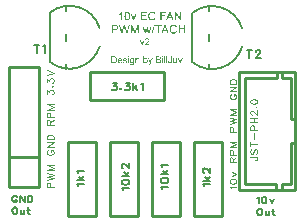
<source format=gto>
G04 Layer: TopSilkscreenLayer*
G04 EasyEDA Pro v2.2.40.8, 2025-10-31 20:04:37*
G04 Gerber Generator version 0.3*
G04 Scale: 100 percent, Rotated: No, Reflected: No*
G04 Dimensions in millimeters*
G04 Leading zeros omitted, absolute positions, 4 integers and 5 decimals*
G04 Generated by one-click*
%FSLAX45Y45*%
%MOMM*%
%ADD10C,0.12*%
%ADD11C,0.1524*%
%ADD12C,0.254*%
%ADD13C,0.2032*%
%ADD14C,0.6229*%
G75*


G04 Text Start*
G54D10*
G01X-2115058Y628396D02*
G01X-2057146Y628396D01*
G01X-2115058Y628396D02*
G01X-2115058Y653034D01*
G01X-2112264Y661416D01*
G01X-2109470Y663956D01*
G01X-2103882Y666750D01*
G01X-2095754Y666750D01*
G01X-2090166Y663956D01*
G01X-2087626Y661416D01*
G01X-2084832Y653034D01*
G01X-2084832Y628396D01*
G01X-2115058Y691896D02*
G01X-2057146Y705612D01*
G01X-2115058Y719328D02*
G01X-2057146Y705612D01*
G01X-2115058Y719328D02*
G01X-2057146Y733298D01*
G01X-2115058Y747014D02*
G01X-2057146Y733298D01*
G01X-2115058Y772160D02*
G01X-2057146Y772160D01*
G01X-2115058Y772160D02*
G01X-2057146Y794258D01*
G01X-2115058Y816102D02*
G01X-2057146Y794258D01*
G01X-2115058Y816102D02*
G01X-2057146Y816102D01*
G01X-2101342Y944118D02*
G01X-2106676Y941324D01*
G01X-2112264Y935990D01*
G01X-2115058Y930402D01*
G01X-2115058Y919480D01*
G01X-2112264Y913892D01*
G01X-2106676Y908304D01*
G01X-2101342Y905764D01*
G01X-2092960Y902970D01*
G01X-2079244Y902970D01*
G01X-2071116Y905764D01*
G01X-2065528Y908304D01*
G01X-2059940Y913892D01*
G01X-2057146Y919480D01*
G01X-2057146Y930402D01*
G01X-2059940Y935990D01*
G01X-2065528Y941324D01*
G01X-2071116Y944118D01*
G01X-2079244Y944118D01*
G01X-2079244Y930402D02*
G01X-2079244Y944118D01*
G01X-2115058Y969264D02*
G01X-2057146Y969264D01*
G01X-2115058Y969264D02*
G01X-2057146Y1007872D01*
G01X-2115058Y1007872D02*
G01X-2057146Y1007872D01*
G01X-2115058Y1033018D02*
G01X-2057146Y1033018D01*
G01X-2115058Y1033018D02*
G01X-2115058Y1052322D01*
G01X-2112264Y1060450D01*
G01X-2106676Y1066038D01*
G01X-2101342Y1068832D01*
G01X-2092960Y1071626D01*
G01X-2079244Y1071626D01*
G01X-2071116Y1068832D01*
G01X-2065528Y1066038D01*
G01X-2059940Y1060450D01*
G01X-2057146Y1052322D01*
G01X-2057146Y1033018D01*
G01X-2115058Y1158494D02*
G01X-2057146Y1158494D01*
G01X-2115058Y1158494D02*
G01X-2115058Y1183132D01*
G01X-2112264Y1191514D01*
G01X-2109470Y1194054D01*
G01X-2103882Y1196848D01*
G01X-2098548Y1196848D01*
G01X-2092960Y1194054D01*
G01X-2090166Y1191514D01*
G01X-2087626Y1183132D01*
G01X-2087626Y1158494D01*
G01X-2087626Y1177798D02*
G01X-2057146Y1196848D01*
G01X-2115058Y1221994D02*
G01X-2057146Y1221994D01*
G01X-2115058Y1221994D02*
G01X-2115058Y1246886D01*
G01X-2112264Y1255014D01*
G01X-2109470Y1257808D01*
G01X-2103882Y1260602D01*
G01X-2095754Y1260602D01*
G01X-2090166Y1257808D01*
G01X-2087626Y1255014D01*
G01X-2084832Y1246886D01*
G01X-2084832Y1221994D01*
G01X-2115058Y1285748D02*
G01X-2057146Y1285748D01*
G01X-2115058Y1285748D02*
G01X-2057146Y1307846D01*
G01X-2115058Y1329690D02*
G01X-2057146Y1307846D01*
G01X-2115058Y1329690D02*
G01X-2057146Y1329690D01*
G01X-2115058Y1421892D02*
G01X-2115058Y1452118D01*
G01X-2092960Y1435862D01*
G01X-2092960Y1443990D01*
G01X-2090166Y1449578D01*
G01X-2087626Y1452118D01*
G01X-2079244Y1454912D01*
G01X-2073656Y1454912D01*
G01X-2065528Y1452118D01*
G01X-2059940Y1446784D01*
G01X-2057146Y1438402D01*
G01X-2057146Y1430274D01*
G01X-2059940Y1421892D01*
G01X-2062734Y1419352D01*
G01X-2068322Y1416558D01*
G01X-2071116Y1482852D02*
G01X-2068322Y1480058D01*
G01X-2065528Y1482852D01*
G01X-2068322Y1485646D01*
G01X-2071116Y1482852D01*
G01X-2115058Y1516380D02*
G01X-2115058Y1546606D01*
G01X-2092960Y1530096D01*
G01X-2092960Y1538224D01*
G01X-2090166Y1543812D01*
G01X-2087626Y1546606D01*
G01X-2079244Y1549400D01*
G01X-2073656Y1549400D01*
G01X-2065528Y1546606D01*
G01X-2059940Y1541018D01*
G01X-2057146Y1532890D01*
G01X-2057146Y1524508D01*
G01X-2059940Y1516380D01*
G01X-2062734Y1513586D01*
G01X-2068322Y1510792D01*
G01X-2115058Y1574546D02*
G01X-2057146Y1596644D01*
G01X-2115058Y1618488D02*
G01X-2057146Y1596644D01*
G01X-556082Y619602D02*
G01X-558876Y624936D01*
G01X-567258Y633318D01*
G01X-509346Y633318D01*
G01X-567258Y674974D02*
G01X-564464Y666846D01*
G01X-556082Y661258D01*
G01X-542366Y658464D01*
G01X-534238Y658464D01*
G01X-520522Y661258D01*
G01X-512140Y666846D01*
G01X-509346Y674974D01*
G01X-509346Y680562D01*
G01X-512140Y688690D01*
G01X-520522Y694278D01*
G01X-534238Y697072D01*
G01X-542366Y697072D01*
G01X-556082Y694278D01*
G01X-564464Y688690D01*
G01X-567258Y680562D01*
G01X-567258Y674974D01*
G01X-547954Y722218D02*
G01X-509346Y738728D01*
G01X-547954Y755238D02*
G01X-509346Y738728D01*
G01X-567258Y842106D02*
G01X-509346Y842106D01*
G01X-567258Y842106D02*
G01X-567258Y866744D01*
G01X-564464Y875126D01*
G01X-561670Y877666D01*
G01X-556082Y880460D01*
G01X-550748Y880460D01*
G01X-545160Y877666D01*
G01X-542366Y875126D01*
G01X-539826Y866744D01*
G01X-539826Y842106D01*
G01X-539826Y861410D02*
G01X-509346Y880460D01*
G01X-567258Y905606D02*
G01X-509346Y905606D01*
G01X-567258Y905606D02*
G01X-567258Y930498D01*
G01X-564464Y938626D01*
G01X-561670Y941420D01*
G01X-556082Y944214D01*
G01X-547954Y944214D01*
G01X-542366Y941420D01*
G01X-539826Y938626D01*
G01X-537032Y930498D01*
G01X-537032Y905606D01*
G01X-567258Y969360D02*
G01X-509346Y969360D01*
G01X-567258Y969360D02*
G01X-509346Y991458D01*
G01X-567258Y1013302D02*
G01X-509346Y991458D01*
G01X-567258Y1013302D02*
G01X-509346Y1013302D01*
G01X-567258Y1100170D02*
G01X-509346Y1100170D01*
G01X-567258Y1100170D02*
G01X-567258Y1124808D01*
G01X-564464Y1133190D01*
G01X-561670Y1135730D01*
G01X-556082Y1138524D01*
G01X-547954Y1138524D01*
G01X-542366Y1135730D01*
G01X-539826Y1133190D01*
G01X-537032Y1124808D01*
G01X-537032Y1100170D01*
G01X-567258Y1163670D02*
G01X-509346Y1177386D01*
G01X-567258Y1191102D02*
G01X-509346Y1177386D01*
G01X-567258Y1191102D02*
G01X-509346Y1205072D01*
G01X-567258Y1218788D02*
G01X-509346Y1205072D01*
G01X-567258Y1243934D02*
G01X-509346Y1243934D01*
G01X-567258Y1243934D02*
G01X-509346Y1266032D01*
G01X-567258Y1287876D02*
G01X-509346Y1266032D01*
G01X-567258Y1287876D02*
G01X-509346Y1287876D01*
G01X-553542Y1415892D02*
G01X-558876Y1413098D01*
G01X-564464Y1407764D01*
G01X-567258Y1402176D01*
G01X-567258Y1391254D01*
G01X-564464Y1385666D01*
G01X-558876Y1380078D01*
G01X-553542Y1377538D01*
G01X-545160Y1374744D01*
G01X-531444Y1374744D01*
G01X-523316Y1377538D01*
G01X-517728Y1380078D01*
G01X-512140Y1385666D01*
G01X-509346Y1391254D01*
G01X-509346Y1402176D01*
G01X-512140Y1407764D01*
G01X-517728Y1413098D01*
G01X-523316Y1415892D01*
G01X-531444Y1415892D01*
G01X-531444Y1402176D02*
G01X-531444Y1415892D01*
G01X-567258Y1441038D02*
G01X-509346Y1441038D01*
G01X-567258Y1441038D02*
G01X-509346Y1479646D01*
G01X-567258Y1479646D02*
G01X-509346Y1479646D01*
G01X-567258Y1504792D02*
G01X-509346Y1504792D01*
G01X-567258Y1504792D02*
G01X-567258Y1524096D01*
G01X-564464Y1532224D01*
G01X-558876Y1537812D01*
G01X-553542Y1540606D01*
G01X-545160Y1543400D01*
G01X-531444Y1543400D01*
G01X-523316Y1540606D01*
G01X-517728Y1537812D01*
G01X-512140Y1532224D01*
G01X-509346Y1524096D01*
G01X-509346Y1504792D01*
G36*
G01X-1031077Y2078361D02*
G01X-1031077Y2114119D01*
G01X-1026380Y2114119D01*
G01X-1021228Y2113816D01*
G01X-1020319Y2112756D01*
G01X-1019410Y2111392D01*
G01X-1017895Y2109271D01*
G01X-987895Y2064271D01*
G01X-986380Y2062149D01*
G01X-985471Y2060786D01*
G01X-984865Y2059725D01*
G01X-984259Y2059119D01*
G01X-983918Y2065710D01*
G01X-983804Y2085786D01*
G01X-983653Y2113362D01*
G01X-983501Y2114119D01*
G01X-974713Y2114119D01*
G01X-974713Y2042604D01*
G01X-979410Y2042604D01*
G01X-984410Y2042907D01*
G01X-985168Y2043816D01*
G01X-1011531Y2083361D01*
G01X-1013653Y2086392D01*
G01X-1020925Y2097301D01*
G01X-1021683Y2098210D01*
G01X-1021910Y2091354D01*
G01X-1021986Y2070483D01*
G01X-1021986Y2042604D01*
G01X-1031077Y2042604D01*
G01X-1031077Y2078361D01*
G37*
G36*
G01X-1383425Y2042718D02*
G01X-1384562Y2043058D01*
G01X-1385016Y2044271D01*
G01X-1385622Y2045937D01*
G01X-1386835Y2048968D01*
G01X-1388047Y2052301D01*
G01X-1389259Y2055331D01*
G01X-1390471Y2058664D01*
G01X-1391683Y2061695D01*
G01X-1392895Y2065028D01*
G01X-1394107Y2068058D01*
G01X-1395320Y2071392D01*
G01X-1396532Y2074422D01*
G01X-1397744Y2077755D01*
G01X-1398350Y2079270D01*
G01X-1399259Y2081695D01*
G01X-1399865Y2083210D01*
G01X-1401077Y2086543D01*
G01X-1401683Y2088058D01*
G01X-1402592Y2090483D01*
G01X-1403198Y2091998D01*
G01X-1403804Y2093664D01*
G01X-1404107Y2094422D01*
G01X-1399713Y2094422D01*
G01X-1394865Y2094119D01*
G01X-1394259Y2093058D01*
G01X-1393804Y2091695D01*
G01X-1393198Y2090180D01*
G01X-1392592Y2088361D01*
G01X-1390168Y2081695D01*
G01X-1389562Y2079877D01*
G01X-1388956Y2078361D01*
G01X-1388047Y2075634D01*
G01X-1387441Y2074119D01*
G01X-1386835Y2072301D01*
G01X-1386229Y2070786D01*
G01X-1385319Y2068058D01*
G01X-1384713Y2066543D01*
G01X-1384107Y2064725D01*
G01X-1382895Y2061392D01*
G01X-1382289Y2059574D01*
G01X-1381077Y2055634D01*
G01X-1380622Y2054271D01*
G01X-1380395Y2054081D01*
G01X-1380016Y2054422D01*
G01X-1379410Y2055786D01*
G01X-1377592Y2061240D01*
G01X-1376683Y2063664D01*
G01X-1376228Y2065028D01*
G01X-1375622Y2066543D01*
G01X-1375016Y2068361D01*
G01X-1374410Y2069877D01*
G01X-1373956Y2071240D01*
G01X-1372138Y2076089D01*
G01X-1371683Y2077452D01*
G01X-1371077Y2078967D01*
G01X-1370471Y2080786D01*
G01X-1369865Y2082301D01*
G01X-1369410Y2083664D01*
G01X-1368501Y2086089D01*
G01X-1368047Y2087452D01*
G01X-1367440Y2088967D01*
G01X-1366834Y2090786D01*
G01X-1366228Y2092301D01*
G01X-1365774Y2093664D01*
G01X-1365622Y2094422D01*
G01X-1356531Y2094422D01*
G01X-1357441Y2092149D01*
G01X-1358047Y2090483D01*
G01X-1358653Y2088967D01*
G01X-1359562Y2086543D01*
G01X-1360168Y2085028D01*
G01X-1361380Y2081695D01*
G01X-1361986Y2080180D01*
G01X-1364713Y2072907D01*
G01X-1365319Y2071392D01*
G01X-1365925Y2069725D01*
G01X-1366531Y2068210D01*
G01X-1367137Y2066543D01*
G01X-1368350Y2063513D01*
G01X-1368956Y2061695D01*
G01X-1369562Y2060180D01*
G01X-1371380Y2055331D01*
G01X-1371986Y2053816D01*
G01X-1373198Y2050483D01*
G01X-1373804Y2048968D01*
G01X-1374713Y2046543D01*
G01X-1375319Y2045028D01*
G01X-1375925Y2043361D01*
G01X-1376228Y2042604D01*
G01X-1380319Y2042604D01*
G01X-1383425Y2042718D01*
G37*
G36*
G01X-1319562Y2078361D02*
G01X-1319562Y2114119D01*
G01X-1294410Y2114119D01*
G01X-1268501Y2113968D01*
G01X-1267744Y2113816D01*
G01X-1267744Y2110483D01*
G01X-1267895Y2106392D01*
G01X-1268047Y2105634D01*
G01X-1310168Y2105634D01*
G01X-1310168Y2083816D01*
G01X-1270471Y2083816D01*
G01X-1270471Y2075331D01*
G01X-1310168Y2075331D01*
G01X-1310168Y2051089D01*
G01X-1266228Y2051089D01*
G01X-1266228Y2042604D01*
G01X-1319562Y2042604D01*
G01X-1319562Y2078361D01*
G37*
G36*
G01X-1222289Y2041392D02*
G01X-1226228Y2041543D01*
G01X-1228198Y2041846D01*
G01X-1230016Y2042149D01*
G01X-1231077Y2042301D01*
G01X-1232592Y2042604D01*
G01X-1233956Y2043058D01*
G01X-1235168Y2043361D01*
G01X-1236531Y2043816D01*
G01X-1237895Y2044422D01*
G01X-1239107Y2045028D01*
G01X-1240168Y2045634D01*
G01X-1241380Y2046392D01*
G01X-1242744Y2047301D01*
G01X-1243804Y2048210D01*
G01X-1247440Y2051846D01*
G01X-1248047Y2052604D01*
G01X-1248804Y2053664D01*
G01X-1249713Y2055028D01*
G01X-1250471Y2056392D01*
G01X-1251986Y2059422D01*
G01X-1252592Y2061089D01*
G01X-1253198Y2062604D01*
G01X-1253653Y2063968D01*
G01X-1254107Y2065786D01*
G01X-1254562Y2067301D01*
G01X-1255168Y2070331D01*
G01X-1255471Y2072452D01*
G01X-1255774Y2076392D01*
G01X-1255925Y2078967D01*
G01X-1255774Y2081543D01*
G01X-1255622Y2083058D01*
G01X-1255471Y2084877D01*
G01X-1255168Y2086998D01*
G01X-1254713Y2089422D01*
G01X-1254259Y2090937D01*
G01X-1253956Y2092301D01*
G01X-1253501Y2093816D01*
G01X-1253047Y2095028D01*
G01X-1252592Y2096089D01*
G01X-1251986Y2097452D01*
G01X-1251380Y2098665D01*
G01X-1250774Y2099725D01*
G01X-1250016Y2101089D01*
G01X-1249410Y2102149D01*
G01X-1248804Y2102907D01*
G01X-1247289Y2104725D01*
G01X-1243956Y2108059D01*
G01X-1242744Y2108968D01*
G01X-1241683Y2109725D01*
G01X-1240471Y2110483D01*
G01X-1239562Y2111089D01*
G01X-1238501Y2111695D01*
G01X-1237137Y2112301D01*
G01X-1235925Y2112756D01*
G01X-1234865Y2113210D01*
G01X-1233501Y2113665D01*
G01X-1231986Y2114119D01*
G01X-1230168Y2114574D01*
G01X-1228501Y2114877D01*
G01X-1226077Y2115180D01*
G01X-1222592Y2115331D01*
G01X-1218804Y2115180D01*
G01X-1216683Y2114877D01*
G01X-1214865Y2114574D01*
G01X-1213501Y2114271D01*
G01X-1211683Y2113816D01*
G01X-1210016Y2113210D01*
G01X-1206380Y2111392D01*
G01X-1205168Y2110634D01*
G01X-1203653Y2109574D01*
G01X-1202441Y2108665D01*
G01X-1199865Y2106089D01*
G01X-1198956Y2105028D01*
G01X-1197441Y2102907D01*
G01X-1196835Y2101846D01*
G01X-1195622Y2099422D01*
G01X-1195016Y2098058D01*
G01X-1194107Y2095634D01*
G01X-1193956Y2094725D01*
G01X-1194865Y2094271D01*
G01X-1196077Y2093968D01*
G01X-1197441Y2093664D01*
G01X-1199410Y2093210D01*
G01X-1202441Y2092452D01*
G01X-1202857Y2092452D01*
G01X-1203198Y2092755D01*
G01X-1203804Y2094119D01*
G01X-1204410Y2095634D01*
G01X-1205016Y2096998D01*
G01X-1205774Y2098362D01*
G01X-1206683Y2099725D01*
G01X-1207441Y2100786D01*
G01X-1208047Y2101543D01*
G01X-1210319Y2103816D01*
G01X-1212744Y2105331D01*
G01X-1213804Y2105786D01*
G01X-1215016Y2106240D01*
G01X-1216531Y2106695D01*
G01X-1217895Y2106998D01*
G01X-1221531Y2107301D01*
G01X-1222289Y2107301D01*
G01X-1224107Y2107149D01*
G01X-1226380Y2106998D01*
G01X-1229410Y2106392D01*
G01X-1231077Y2105937D01*
G01X-1232441Y2105331D01*
G01X-1235774Y2103665D01*
G01X-1236531Y2103059D01*
G01X-1237289Y2102301D01*
G01X-1238804Y2101089D01*
G01X-1240016Y2099574D01*
G01X-1240774Y2098816D01*
G01X-1241531Y2097604D01*
G01X-1242289Y2096543D01*
G01X-1242895Y2095331D01*
G01X-1243501Y2093816D01*
G01X-1243956Y2092604D01*
G01X-1244410Y2091089D01*
G01X-1244865Y2089725D01*
G01X-1245471Y2086998D01*
G01X-1245774Y2084574D01*
G01X-1246077Y2080634D01*
G01X-1246228Y2079422D01*
G01X-1246077Y2078210D01*
G01X-1245925Y2076240D01*
G01X-1245774Y2073361D01*
G01X-1245471Y2070937D01*
G01X-1244865Y2067907D01*
G01X-1244410Y2065937D01*
G01X-1243804Y2064119D01*
G01X-1243198Y2062604D01*
G01X-1242592Y2061240D01*
G01X-1241986Y2060028D01*
G01X-1241228Y2058816D01*
G01X-1240471Y2057755D01*
G01X-1240016Y2056998D01*
G01X-1239410Y2056240D01*
G01X-1238653Y2055483D01*
G01X-1237137Y2054271D01*
G01X-1236077Y2053361D01*
G01X-1234865Y2052604D01*
G01X-1232441Y2051392D01*
G01X-1231380Y2050937D01*
G01X-1230168Y2050483D01*
G01X-1228501Y2050028D01*
G01X-1226986Y2049725D01*
G01X-1223653Y2049574D01*
G01X-1219713Y2049725D01*
G01X-1217895Y2050028D01*
G01X-1216228Y2050483D01*
G01X-1214562Y2051089D01*
G01X-1212138Y2052301D01*
G01X-1211077Y2052907D01*
G01X-1210016Y2053664D01*
G01X-1208956Y2054574D01*
G01X-1207138Y2056392D01*
G01X-1206228Y2057604D01*
G01X-1205471Y2058664D01*
G01X-1204713Y2060028D01*
G01X-1204107Y2061240D01*
G01X-1203501Y2062604D01*
G01X-1202441Y2065786D01*
G01X-1202289Y2066846D01*
G01X-1201986Y2067452D01*
G01X-1200925Y2067301D01*
G01X-1199713Y2066998D01*
G01X-1198350Y2066695D01*
G01X-1196380Y2066240D01*
G01X-1194865Y2065786D01*
G01X-1193501Y2065483D01*
G01X-1192592Y2065331D01*
G01X-1194107Y2060786D01*
G01X-1194713Y2059271D01*
G01X-1195319Y2057907D01*
G01X-1196077Y2056392D01*
G01X-1197592Y2053968D01*
G01X-1198653Y2052452D01*
G01X-1199562Y2051240D01*
G01X-1200319Y2050483D01*
G01X-1200925Y2049725D01*
G01X-1201532Y2049119D01*
G01X-1202289Y2048513D01*
G01X-1203047Y2047755D01*
G01X-1203804Y2047149D01*
G01X-1204865Y2046392D01*
G01X-1206228Y2045483D01*
G01X-1207592Y2044725D01*
G01X-1208804Y2044119D01*
G01X-1210168Y2043513D01*
G01X-1213350Y2042452D01*
G01X-1216077Y2041846D01*
G01X-1218501Y2041543D01*
G01X-1222289Y2041392D01*
G37*
G36*
G01X-1152592Y2078361D02*
G01X-1152592Y2114119D01*
G01X-1104410Y2114119D01*
G01X-1104410Y2105634D01*
G01X-1143198Y2105634D01*
G01X-1143198Y2083513D01*
G01X-1109562Y2083513D01*
G01X-1109562Y2075028D01*
G01X-1143198Y2075028D01*
G01X-1143198Y2042604D01*
G01X-1152592Y2042604D01*
G01X-1152592Y2078361D01*
G37*
G36*
G01X-1100319Y2042604D02*
G01X-1105319Y2042755D01*
G01X-1104410Y2045028D01*
G01X-1103804Y2046695D01*
G01X-1103198Y2048210D01*
G01X-1102592Y2049877D01*
G01X-1101380Y2052907D01*
G01X-1100774Y2054574D01*
G01X-1100168Y2056089D01*
G01X-1099562Y2057755D01*
G01X-1098350Y2060786D01*
G01X-1097744Y2062452D01*
G01X-1097138Y2063968D01*
G01X-1096531Y2065634D01*
G01X-1095319Y2068664D01*
G01X-1094107Y2071998D01*
G01X-1094046Y2072149D01*
G01X-1084562Y2072149D01*
G01X-1073047Y2071998D01*
G01X-1061228Y2072149D01*
G01X-1060925Y2072377D01*
G01X-1060925Y2072755D01*
G01X-1061228Y2073816D01*
G01X-1068047Y2091998D01*
G01X-1068653Y2093513D01*
G01X-1069865Y2096846D01*
G01X-1070471Y2098665D01*
G01X-1071077Y2100180D01*
G01X-1071986Y2103210D01*
G01X-1072441Y2104574D01*
G01X-1072895Y2105483D01*
G01X-1073350Y2105331D01*
G01X-1073653Y2104574D01*
G01X-1073956Y2103210D01*
G01X-1074410Y2101240D01*
G01X-1074865Y2099725D01*
G01X-1075168Y2098513D01*
G01X-1076986Y2093058D01*
G01X-1082441Y2078513D01*
G01X-1082895Y2077149D01*
G01X-1083804Y2074725D01*
G01X-1084410Y2073210D01*
G01X-1084410Y2073210D01*
G01X-1084562Y2072149D01*
G01X-1094046Y2072149D01*
G01X-1092895Y2075028D01*
G01X-1092289Y2076695D01*
G01X-1091683Y2078210D01*
G01X-1091077Y2079877D01*
G01X-1089865Y2082907D01*
G01X-1089259Y2084574D01*
G01X-1088653Y2086089D01*
G01X-1088047Y2087755D01*
G01X-1086835Y2090786D01*
G01X-1086228Y2092452D01*
G01X-1085622Y2093968D01*
G01X-1085016Y2095634D01*
G01X-1083804Y2098665D01*
G01X-1083198Y2100331D01*
G01X-1082592Y2101846D01*
G01X-1081986Y2103513D01*
G01X-1081380Y2105028D01*
G01X-1079107Y2111089D01*
G01X-1078653Y2112150D01*
G01X-1078198Y2113362D01*
G01X-1078047Y2114119D01*
G01X-1073047Y2114119D01*
G01X-1069183Y2113968D01*
G01X-1067592Y2113513D01*
G01X-1066834Y2112150D01*
G01X-1064410Y2106089D01*
G01X-1063804Y2104725D01*
G01X-1062592Y2101695D01*
G01X-1062137Y2100483D01*
G01X-1061683Y2099422D01*
G01X-1061077Y2098058D01*
G01X-1059259Y2093513D01*
G01X-1058653Y2092149D01*
G01X-1056228Y2086089D01*
G01X-1055622Y2084725D01*
G01X-1054410Y2081695D01*
G01X-1053956Y2080483D01*
G01X-1053501Y2079422D01*
G01X-1052895Y2078058D01*
G01X-1051077Y2073513D01*
G01X-1050471Y2072149D01*
G01X-1048046Y2066089D01*
G01X-1047440Y2064725D01*
G01X-1046228Y2061695D01*
G01X-1045774Y2060483D01*
G01X-1045319Y2059422D01*
G01X-1044713Y2058058D01*
G01X-1042895Y2053513D01*
G01X-1042289Y2052149D01*
G01X-1039865Y2046089D01*
G01X-1039259Y2044725D01*
G01X-1038804Y2043361D01*
G01X-1038652Y2042604D01*
G01X-1043804Y2042604D01*
G01X-1047743Y2042718D01*
G01X-1049259Y2043058D01*
G01X-1049865Y2044119D01*
G01X-1050471Y2045634D01*
G01X-1051077Y2047301D01*
G01X-1051683Y2048816D01*
G01X-1052289Y2050483D01*
G01X-1053501Y2053513D01*
G01X-1054107Y2055180D01*
G01X-1054713Y2056695D01*
G01X-1055319Y2058361D01*
G01X-1055925Y2059877D01*
G01X-1056834Y2062301D01*
G01X-1057289Y2063664D01*
G01X-1057440Y2064422D01*
G01X-1071834Y2064422D01*
G01X-1086986Y2064271D01*
G01X-1087592Y2063968D01*
G01X-1087895Y2063361D01*
G01X-1088804Y2060937D01*
G01X-1089259Y2059574D01*
G01X-1089865Y2058058D01*
G01X-1090471Y2056240D01*
G01X-1091077Y2054725D01*
G01X-1091531Y2053361D01*
G01X-1092441Y2050937D01*
G01X-1092895Y2049574D01*
G01X-1093501Y2048058D01*
G01X-1094107Y2046240D01*
G01X-1094713Y2044725D01*
G01X-1095168Y2043361D01*
G01X-1095319Y2042604D01*
G01X-1100319Y2042604D01*
G37*
G36*
G01X-1484145Y1930899D02*
G01X-1485471Y1931240D01*
G01X-1485774Y1932604D01*
G01X-1486229Y1934574D01*
G01X-1486835Y1936695D01*
G01X-1487289Y1938210D01*
G01X-1487592Y1939574D01*
G01X-1488047Y1941392D01*
G01X-1488501Y1942755D01*
G01X-1488804Y1944119D01*
G01X-1489259Y1945937D01*
G01X-1489713Y1947301D01*
G01X-1490016Y1948816D01*
G01X-1490471Y1950483D01*
G01X-1490926Y1951998D01*
G01X-1491380Y1953967D01*
G01X-1491986Y1956089D01*
G01X-1492441Y1957604D01*
G01X-1492744Y1958967D01*
G01X-1493198Y1960786D01*
G01X-1493653Y1962149D01*
G01X-1493956Y1963664D01*
G01X-1494410Y1965331D01*
G01X-1494865Y1966846D01*
G01X-1495320Y1968816D01*
G01X-1495926Y1970937D01*
G01X-1496380Y1972452D01*
G01X-1496683Y1973967D01*
G01X-1497138Y1975634D01*
G01X-1497592Y1977149D01*
G01X-1498047Y1979119D01*
G01X-1498653Y1981240D01*
G01X-1499107Y1982755D01*
G01X-1499411Y1984119D01*
G01X-1499865Y1985937D01*
G01X-1500320Y1987301D01*
G01X-1500623Y1988664D01*
G01X-1501077Y1990483D01*
G01X-1501532Y1991846D01*
G01X-1501835Y1993210D01*
G01X-1502289Y1995028D01*
G01X-1502744Y1996392D01*
G01X-1503047Y1997907D01*
G01X-1503956Y2001240D01*
G01X-1504107Y2002301D01*
G01X-1499411Y2002301D01*
G01X-1495812Y2002187D01*
G01X-1494410Y2001846D01*
G01X-1493956Y2000331D01*
G01X-1493501Y1998210D01*
G01X-1492744Y1995180D01*
G01X-1492441Y1993664D01*
G01X-1491986Y1991543D01*
G01X-1491532Y1990028D01*
G01X-1491229Y1988513D01*
G01X-1490774Y1986392D01*
G01X-1490016Y1983361D01*
G01X-1489107Y1979270D01*
G01X-1488653Y1977301D01*
G01X-1487895Y1974270D01*
G01X-1487592Y1972755D01*
G01X-1487138Y1970634D01*
G01X-1486683Y1969119D01*
G01X-1486380Y1967604D01*
G01X-1485926Y1965483D01*
G01X-1485168Y1962452D01*
G01X-1484865Y1960937D01*
G01X-1484410Y1958816D01*
G01X-1483956Y1957301D01*
G01X-1483653Y1955786D01*
G01X-1483198Y1953664D01*
G01X-1482441Y1950634D01*
G01X-1481229Y1944574D01*
G01X-1481077Y1943513D01*
G01X-1480774Y1942301D01*
G01X-1480509Y1941922D01*
G01X-1480273Y1942016D01*
G01X-1480016Y1942755D01*
G01X-1479713Y1944119D01*
G01X-1479259Y1946089D01*
G01X-1478804Y1947604D01*
G01X-1478501Y1949119D01*
G01X-1478047Y1951240D01*
G01X-1477592Y1952755D01*
G01X-1476835Y1955786D01*
G01X-1473804Y1966392D01*
G01X-1473350Y1967907D01*
G01X-1473047Y1969119D01*
G01X-1472592Y1970786D01*
G01X-1472138Y1972149D01*
G01X-1471834Y1973361D01*
G01X-1471380Y1975028D01*
G01X-1470925Y1976392D01*
G01X-1470168Y1979422D01*
G01X-1467138Y1990028D01*
G01X-1466683Y1991543D01*
G01X-1466380Y1992755D01*
G01X-1465925Y1994422D01*
G01X-1465471Y1995786D01*
G01X-1465168Y1996998D01*
G01X-1464713Y1998665D01*
G01X-1464259Y2000028D01*
G01X-1463956Y2001392D01*
G01X-1463804Y2002301D01*
G01X-1458047Y2002301D01*
G01X-1453691Y2002149D01*
G01X-1452138Y2001695D01*
G01X-1451683Y2000180D01*
G01X-1451228Y1998816D01*
G01X-1450925Y1997452D01*
G01X-1450471Y1995937D01*
G01X-1449562Y1992604D01*
G01X-1449107Y1991240D01*
G01X-1448653Y1989574D01*
G01X-1448198Y1988210D01*
G01X-1447441Y1985180D01*
G01X-1443198Y1970331D01*
G01X-1442744Y1968816D01*
G01X-1442441Y1967452D01*
G01X-1441986Y1965937D01*
G01X-1441077Y1962604D01*
G01X-1440622Y1961089D01*
G01X-1440168Y1959119D01*
G01X-1439713Y1957604D01*
G01X-1439410Y1956089D01*
G01X-1438956Y1953967D01*
G01X-1438501Y1952149D01*
G01X-1437289Y1946089D01*
G01X-1436986Y1943967D01*
G01X-1436683Y1942149D01*
G01X-1436494Y1941922D01*
G01X-1436229Y1942149D01*
G01X-1435774Y1943816D01*
G01X-1435319Y1946089D01*
G01X-1434562Y1949119D01*
G01X-1433956Y1951846D01*
G01X-1433350Y1954270D01*
G01X-1433047Y1955634D01*
G01X-1432592Y1957604D01*
G01X-1432138Y1959119D01*
G01X-1431835Y1960483D01*
G01X-1431380Y1962452D01*
G01X-1430926Y1963967D01*
G01X-1430622Y1965483D01*
G01X-1430168Y1967604D01*
G01X-1429713Y1969119D01*
G01X-1429410Y1970483D01*
G01X-1428956Y1972452D01*
G01X-1428501Y1973967D01*
G01X-1428198Y1975331D01*
G01X-1427744Y1977301D01*
G01X-1427289Y1978816D01*
G01X-1426986Y1980331D01*
G01X-1426532Y1982452D01*
G01X-1426077Y1983967D01*
G01X-1425774Y1985331D01*
G01X-1425319Y1987301D01*
G01X-1424865Y1988816D01*
G01X-1424562Y1990180D01*
G01X-1424107Y1992149D01*
G01X-1423350Y1995180D01*
G01X-1423047Y1996543D01*
G01X-1422592Y1998513D01*
G01X-1422138Y2000028D01*
G01X-1421835Y2001392D01*
G01X-1421683Y2002301D01*
G01X-1412289Y2002301D01*
G01X-1412441Y2001695D01*
G01X-1412895Y2000028D01*
G01X-1413350Y1998513D01*
G01X-1414107Y1995483D01*
G01X-1414713Y1993361D01*
G01X-1415168Y1991846D01*
G01X-1415471Y1990483D01*
G01X-1415926Y1988967D01*
G01X-1419562Y1975634D01*
G01X-1420016Y1974119D01*
G01X-1420471Y1972301D01*
G01X-1420926Y1970937D01*
G01X-1421683Y1967907D01*
G01X-1422289Y1965786D01*
G01X-1422744Y1964270D01*
G01X-1423501Y1961240D01*
G01X-1424107Y1959119D01*
G01X-1424562Y1957604D01*
G01X-1425319Y1954574D01*
G01X-1426532Y1950331D01*
G01X-1426986Y1948816D01*
G01X-1427744Y1945786D01*
G01X-1428350Y1943664D01*
G01X-1428804Y1942149D01*
G01X-1429562Y1939119D01*
G01X-1430168Y1936998D01*
G01X-1430622Y1935483D01*
G01X-1430926Y1934119D01*
G01X-1431380Y1932604D01*
G01X-1431683Y1931392D01*
G01X-1432819Y1930937D01*
G01X-1436229Y1930786D01*
G01X-1440774Y1930786D01*
G01X-1441077Y1931543D01*
G01X-1441683Y1933361D01*
G01X-1442138Y1934877D01*
G01X-1442441Y1936089D01*
G01X-1442895Y1937755D01*
G01X-1443350Y1939119D01*
G01X-1443653Y1940483D01*
G01X-1444107Y1942301D01*
G01X-1444713Y1944271D01*
G01X-1445168Y1945786D01*
G01X-1445925Y1948816D01*
G01X-1447138Y1953058D01*
G01X-1447592Y1954574D01*
G01X-1447895Y1955937D01*
G01X-1448350Y1957452D01*
G01X-1449259Y1960786D01*
G01X-1449713Y1962301D01*
G01X-1450168Y1964119D01*
G01X-1450622Y1965483D01*
G01X-1451380Y1968513D01*
G01X-1452592Y1972755D01*
G01X-1453047Y1974270D01*
G01X-1453804Y1977301D01*
G01X-1455016Y1981543D01*
G01X-1455471Y1983058D01*
G01X-1455774Y1984422D01*
G01X-1456228Y1985937D01*
G01X-1457592Y1990937D01*
G01X-1458047Y1992452D01*
G01X-1458312Y1992717D01*
G01X-1458530Y1992587D01*
G01X-1458804Y1991846D01*
G01X-1459107Y1990483D01*
G01X-1459562Y1988513D01*
G01X-1460168Y1986392D01*
G01X-1460622Y1984877D01*
G01X-1461380Y1981846D01*
G01X-1463198Y1975483D01*
G01X-1463653Y1973967D01*
G01X-1463956Y1972604D01*
G01X-1464865Y1969573D01*
G01X-1465319Y1967755D01*
G01X-1465774Y1966392D01*
G01X-1466531Y1963361D01*
G01X-1467744Y1959119D01*
G01X-1468198Y1957604D01*
G01X-1468501Y1956392D01*
G01X-1468956Y1954725D01*
G01X-1469410Y1953361D01*
G01X-1470168Y1950331D01*
G01X-1471380Y1946089D01*
G01X-1471834Y1944574D01*
G01X-1472138Y1943210D01*
G01X-1473047Y1940180D01*
G01X-1473501Y1938361D01*
G01X-1473956Y1936998D01*
G01X-1474713Y1933968D01*
G01X-1475622Y1930786D01*
G01X-1480471Y1930786D01*
G01X-1484145Y1930899D01*
G37*
G36*
G01X-1564410Y1966543D02*
G01X-1564410Y1981240D01*
G01X-1555016Y1981240D01*
G01X-1554865Y1968513D01*
G01X-1544713Y1968361D01*
G01X-1533350Y1968513D01*
G01X-1530623Y1968816D01*
G01X-1528350Y1969270D01*
G01X-1526835Y1969877D01*
G01X-1525471Y1970483D01*
G01X-1524107Y1971240D01*
G01X-1523047Y1971998D01*
G01X-1521835Y1973513D01*
G01X-1521077Y1974573D01*
G01X-1520471Y1975937D01*
G01X-1520017Y1977301D01*
G01X-1519713Y1978513D01*
G01X-1519562Y1980786D01*
G01X-1519713Y1983058D01*
G01X-1520017Y1984725D01*
G01X-1520471Y1986392D01*
G01X-1521835Y1989119D01*
G01X-1522744Y1990180D01*
G01X-1523501Y1990937D01*
G01X-1524410Y1991695D01*
G01X-1525320Y1992301D01*
G01X-1526229Y1992755D01*
G01X-1527441Y1993210D01*
G01X-1528653Y1993513D01*
G01X-1529713Y1993664D01*
G01X-1542592Y1993816D01*
G01X-1555016Y1993816D01*
G01X-1555016Y1981240D01*
G01X-1555016Y1981240D01*
G01X-1564410Y1981240D01*
G01X-1564410Y2002301D01*
G01X-1548350Y2002301D01*
G01X-1530926Y2002149D01*
G01X-1528198Y2001846D01*
G01X-1526380Y2001543D01*
G01X-1525320Y2001392D01*
G01X-1524107Y2001089D01*
G01X-1522592Y2000634D01*
G01X-1521229Y2000180D01*
G01X-1518804Y1998968D01*
G01X-1517895Y1998362D01*
G01X-1517138Y1997755D01*
G01X-1516077Y1996998D01*
G01X-1515168Y1996089D01*
G01X-1514562Y1995331D01*
G01X-1513653Y1994271D01*
G01X-1512744Y1992907D01*
G01X-1511986Y1991543D01*
G01X-1511380Y1990180D01*
G01X-1510471Y1987452D01*
G01X-1510168Y1986240D01*
G01X-1510017Y1985180D01*
G01X-1509865Y1981998D01*
G01X-1510017Y1978816D01*
G01X-1510168Y1977755D01*
G01X-1510471Y1976089D01*
G01X-1511077Y1974119D01*
G01X-1511683Y1972452D01*
G01X-1512289Y1971240D01*
G01X-1512744Y1970180D01*
G01X-1514562Y1967452D01*
G01X-1516835Y1965180D01*
G01X-1517895Y1964270D01*
G01X-1519259Y1963361D01*
G01X-1520623Y1962604D01*
G01X-1522289Y1961998D01*
G01X-1524259Y1961392D01*
G01X-1525774Y1960937D01*
G01X-1529107Y1960331D01*
G01X-1532744Y1960028D01*
G01X-1544107Y1959877D01*
G01X-1555016Y1959877D01*
G01X-1555016Y1930786D01*
G01X-1564410Y1930786D01*
G01X-1564410Y1966543D01*
G37*
G36*
G01X-1403501Y1966543D02*
G01X-1403501Y2002301D01*
G01X-1396532Y2002301D01*
G01X-1389410Y2001998D01*
G01X-1388956Y2001089D01*
G01X-1386683Y1994271D01*
G01X-1386229Y1993058D01*
G01X-1385319Y1990331D01*
G01X-1384865Y1989119D01*
G01X-1370774Y1946846D01*
G01X-1369865Y1943816D01*
G01X-1369410Y1942452D01*
G01X-1369221Y1941922D01*
G01X-1368956Y1941846D01*
G01X-1368350Y1942907D01*
G01X-1364107Y1955634D01*
G01X-1363501Y1957149D01*
G01X-1360774Y1965331D01*
G01X-1360168Y1966846D01*
G01X-1357744Y1974119D01*
G01X-1356531Y1977452D01*
G01X-1354107Y1984725D01*
G01X-1353501Y1986240D01*
G01X-1350774Y1994422D01*
G01X-1350168Y1995937D01*
G01X-1348047Y2002301D01*
G01X-1335319Y2002301D01*
G01X-1335319Y1930786D01*
G01X-1344410Y1930786D01*
G01X-1344410Y1959725D01*
G01X-1344562Y1989119D01*
G01X-1344751Y1989309D01*
G01X-1345016Y1988967D01*
G01X-1345622Y1987452D01*
G01X-1346834Y1984119D01*
G01X-1348047Y1980483D01*
G01X-1349259Y1977149D01*
G01X-1350471Y1973513D01*
G01X-1351683Y1970180D01*
G01X-1353501Y1964725D01*
G01X-1354107Y1963210D01*
G01X-1355925Y1957755D01*
G01X-1356531Y1956240D01*
G01X-1358350Y1950786D01*
G01X-1359562Y1947452D01*
G01X-1360774Y1943816D01*
G01X-1361986Y1940483D01*
G01X-1363198Y1936846D01*
G01X-1364410Y1933513D01*
G01X-1365319Y1930786D01*
G01X-1369410Y1930786D01*
G01X-1372554Y1930899D01*
G01X-1373804Y1931240D01*
G01X-1374410Y1932604D01*
G01X-1375622Y1935937D01*
G01X-1379865Y1948664D01*
G01X-1380471Y1950180D01*
G01X-1380925Y1951695D01*
G01X-1381380Y1953058D01*
G01X-1381835Y1954270D01*
G01X-1385016Y1963816D01*
G01X-1385926Y1966240D01*
G01X-1390471Y1979876D01*
G01X-1391380Y1982301D01*
G01X-1393653Y1989119D01*
G01X-1394107Y1990028D01*
G01X-1394335Y1982717D01*
G01X-1394410Y1960483D01*
G01X-1394410Y1930786D01*
G01X-1403501Y1930786D01*
G01X-1403501Y1966543D01*
G37*
G36*
G01X-1282706Y1930937D02*
G01X-1283956Y1931392D01*
G01X-1284410Y1932604D01*
G01X-1285319Y1935634D01*
G01X-1285774Y1936998D01*
G01X-1286229Y1938664D01*
G01X-1287289Y1941846D01*
G01X-1287592Y1943058D01*
G01X-1288047Y1944422D01*
G01X-1289865Y1950483D01*
G01X-1290319Y1951846D01*
G01X-1290774Y1953513D01*
G01X-1291835Y1956695D01*
G01X-1292138Y1957907D01*
G01X-1292592Y1959270D01*
G01X-1296229Y1971392D01*
G01X-1297138Y1974119D01*
G01X-1299410Y1981695D01*
G01X-1299562Y1982604D01*
G01X-1295168Y1982604D01*
G01X-1290623Y1982301D01*
G01X-1290168Y1981089D01*
G01X-1289713Y1979725D01*
G01X-1288956Y1976695D01*
G01X-1288350Y1974573D01*
G01X-1287895Y1973058D01*
G01X-1287592Y1971695D01*
G01X-1287138Y1970180D01*
G01X-1286229Y1966846D01*
G01X-1285774Y1965331D01*
G01X-1285319Y1963513D01*
G01X-1284865Y1962149D01*
G01X-1284107Y1959119D01*
G01X-1283501Y1956998D01*
G01X-1283047Y1955483D01*
G01X-1282744Y1954119D01*
G01X-1282289Y1952604D01*
G01X-1280471Y1945937D01*
G01X-1279562Y1942907D01*
G01X-1279297Y1942528D01*
G01X-1279061Y1942622D01*
G01X-1278653Y1943967D01*
G01X-1278198Y1945483D01*
G01X-1277895Y1946846D01*
G01X-1277441Y1948816D01*
G01X-1276835Y1950937D01*
G01X-1276380Y1952452D01*
G01X-1276077Y1953967D01*
G01X-1270168Y1975634D01*
G01X-1269713Y1977149D01*
G01X-1269259Y1978967D01*
G01X-1268804Y1980331D01*
G01X-1268501Y1981695D01*
G01X-1268350Y1982604D01*
G01X-1264259Y1982604D01*
G01X-1259713Y1982452D01*
G01X-1259297Y1982074D01*
G01X-1258956Y1981240D01*
G01X-1258350Y1979119D01*
G01X-1257895Y1977604D01*
G01X-1257592Y1976240D01*
G01X-1257137Y1974270D01*
G01X-1256683Y1972755D01*
G01X-1256380Y1971240D01*
G01X-1255925Y1969573D01*
G01X-1255471Y1968058D01*
G01X-1255016Y1966089D01*
G01X-1254562Y1964573D01*
G01X-1254259Y1963210D01*
G01X-1253804Y1961392D01*
G01X-1253350Y1960028D01*
G01X-1253047Y1958664D01*
G01X-1252592Y1956695D01*
G01X-1252137Y1955180D01*
G01X-1251834Y1953816D01*
G01X-1251380Y1951998D01*
G01X-1250925Y1950634D01*
G01X-1250622Y1949270D01*
G01X-1250168Y1947301D01*
G01X-1249562Y1945180D01*
G01X-1249107Y1943664D01*
G01X-1248918Y1943437D01*
G01X-1248653Y1943664D01*
G01X-1248198Y1944877D01*
G01X-1247744Y1946543D01*
G01X-1246531Y1950483D01*
G01X-1246077Y1951846D01*
G01X-1245774Y1953210D01*
G01X-1245319Y1954725D01*
G01X-1244865Y1956089D01*
G01X-1244410Y1957755D01*
G01X-1243198Y1961695D01*
G01X-1242744Y1963058D01*
G01X-1242440Y1964270D01*
G01X-1241986Y1965937D01*
G01X-1240774Y1969877D01*
G01X-1240319Y1971240D01*
G01X-1240016Y1972604D01*
G01X-1237289Y1981695D01*
G01X-1237137Y1982604D01*
G01X-1232895Y1982604D01*
G01X-1229751Y1982490D01*
G01X-1228804Y1982149D01*
G01X-1229107Y1980937D01*
G01X-1230016Y1978210D01*
G01X-1230471Y1976543D01*
G01X-1231077Y1974725D01*
G01X-1232289Y1970786D01*
G01X-1233350Y1967604D01*
G01X-1233653Y1966392D01*
G01X-1234107Y1965028D01*
G01X-1235016Y1961998D01*
G01X-1235925Y1959270D01*
G01X-1236834Y1956240D01*
G01X-1237744Y1953513D01*
G01X-1239562Y1947452D01*
G01X-1240925Y1943361D01*
G01X-1241380Y1941695D01*
G01X-1241986Y1939877D01*
G01X-1243198Y1935937D01*
G01X-1244259Y1932755D01*
G01X-1244562Y1931543D01*
G01X-1244713Y1930786D01*
G01X-1249259Y1930786D01*
G01X-1252706Y1930899D01*
G01X-1253956Y1931240D01*
G01X-1254410Y1932755D01*
G01X-1255016Y1934877D01*
G01X-1255471Y1936392D01*
G01X-1255774Y1937755D01*
G01X-1256228Y1939574D01*
G01X-1256683Y1940937D01*
G01X-1256986Y1942301D01*
G01X-1257440Y1944119D01*
G01X-1257895Y1945483D01*
G01X-1258198Y1946846D01*
G01X-1258653Y1948664D01*
G01X-1259107Y1950028D01*
G01X-1259410Y1951392D01*
G01X-1259865Y1953210D01*
G01X-1260319Y1954574D01*
G01X-1260622Y1955937D01*
G01X-1261077Y1957907D01*
G01X-1261683Y1960028D01*
G01X-1262137Y1961543D01*
G01X-1262743Y1964270D01*
G01X-1263047Y1965786D01*
G01X-1263501Y1967907D01*
G01X-1263956Y1969422D01*
G01X-1264145Y1969649D01*
G01X-1264410Y1969422D01*
G01X-1264865Y1968513D01*
G01X-1265168Y1967149D01*
G01X-1265622Y1965180D01*
G01X-1266228Y1963058D01*
G01X-1266683Y1961543D01*
G01X-1266986Y1960180D01*
G01X-1267440Y1958361D01*
G01X-1267895Y1956998D01*
G01X-1268198Y1955634D01*
G01X-1268653Y1953664D01*
G01X-1269259Y1951543D01*
G01X-1269713Y1950028D01*
G01X-1270016Y1948664D01*
G01X-1270471Y1946846D01*
G01X-1270925Y1945483D01*
G01X-1271228Y1944119D01*
G01X-1271683Y1942149D01*
G01X-1272289Y1940028D01*
G01X-1272744Y1938513D01*
G01X-1273047Y1936998D01*
G01X-1273501Y1935331D01*
G01X-1273956Y1933816D01*
G01X-1274410Y1931846D01*
G01X-1274713Y1930786D01*
G01X-1279259Y1930786D01*
G01X-1282706Y1930937D01*
G37*
G36*
G01X-1226834Y1929649D02*
G01X-1227592Y1929877D01*
G01X-1227289Y1931089D01*
G01X-1226380Y1934119D01*
G01X-1225925Y1935937D01*
G01X-1225471Y1937301D01*
G01X-1225168Y1938664D01*
G01X-1224259Y1941695D01*
G01X-1223804Y1943513D01*
G01X-1223350Y1944877D01*
G01X-1223047Y1946240D01*
G01X-1222138Y1949270D01*
G01X-1221683Y1951089D01*
G01X-1221228Y1952452D01*
G01X-1220925Y1953816D01*
G01X-1220016Y1956846D01*
G01X-1219562Y1958664D01*
G01X-1219107Y1960028D01*
G01X-1218804Y1961240D01*
G01X-1218350Y1962907D01*
G01X-1217895Y1964270D01*
G01X-1217138Y1967301D01*
G01X-1215319Y1973664D01*
G01X-1214865Y1975180D01*
G01X-1214562Y1976392D01*
G01X-1214107Y1978058D01*
G01X-1213653Y1979422D01*
G01X-1212895Y1982452D01*
G01X-1211077Y1988816D01*
G01X-1210622Y1990331D01*
G01X-1210319Y1991543D01*
G01X-1209865Y1993210D01*
G01X-1209410Y1994574D01*
G01X-1209107Y1995937D01*
G01X-1208653Y1997452D01*
G01X-1207289Y2002452D01*
G01X-1207138Y2003513D01*
G01X-1200168Y2003513D01*
G01X-1200319Y2002755D01*
G01X-1200774Y2000937D01*
G01X-1201380Y1998816D01*
G01X-1201835Y1997301D01*
G01X-1202138Y1995937D01*
G01X-1203047Y1992907D01*
G01X-1203501Y1991089D01*
G01X-1203956Y1989725D01*
G01X-1204259Y1988361D01*
G01X-1205168Y1985331D01*
G01X-1205622Y1983513D01*
G01X-1206077Y1982149D01*
G01X-1206380Y1980786D01*
G01X-1207289Y1977755D01*
G01X-1207744Y1975937D01*
G01X-1208198Y1974573D01*
G01X-1208501Y1973210D01*
G01X-1209410Y1970180D01*
G01X-1209865Y1968361D01*
G01X-1210319Y1966998D01*
G01X-1210622Y1965634D01*
G01X-1211531Y1962604D01*
G01X-1211986Y1960786D01*
G01X-1212441Y1959422D01*
G01X-1212744Y1958058D01*
G01X-1213653Y1955028D01*
G01X-1214107Y1953210D01*
G01X-1214562Y1951846D01*
G01X-1214865Y1950483D01*
G01X-1215774Y1947452D01*
G01X-1216228Y1945634D01*
G01X-1216683Y1944271D01*
G01X-1217441Y1941240D01*
G01X-1219259Y1934877D01*
G01X-1219713Y1933361D01*
G01X-1220016Y1932149D01*
G01X-1220471Y1930483D01*
G01X-1220774Y1929574D01*
G01X-1224259Y1929574D01*
G01X-1226834Y1929649D01*
G37*
G36*
G01X-1174107Y1962301D02*
G01X-1174107Y1993816D01*
G01X-1185168Y1993816D01*
G01X-1196986Y1993968D01*
G01X-1197744Y1994119D01*
G01X-1197744Y2002301D01*
G01X-1140774Y2002301D01*
G01X-1140774Y1993816D01*
G01X-1164713Y1993816D01*
G01X-1164713Y1930786D01*
G01X-1174107Y1930786D01*
G01X-1174107Y1962301D01*
G37*
G36*
G01X-1146531Y1930786D02*
G01X-1146077Y1931846D01*
G01X-1145319Y1933513D01*
G01X-1144713Y1935028D01*
G01X-1143501Y1938361D01*
G01X-1142289Y1941392D01*
G01X-1141683Y1943058D01*
G01X-1141077Y1944574D01*
G01X-1140471Y1946240D01*
G01X-1139259Y1949270D01*
G01X-1138653Y1950937D01*
G01X-1138046Y1952452D01*
G01X-1137440Y1954119D01*
G01X-1136228Y1957149D01*
G01X-1135622Y1958816D01*
G01X-1135016Y1960331D01*
G01X-1134686Y1961240D01*
G01X-1125471Y1961240D01*
G01X-1125471Y1960331D01*
G01X-1113501Y1960180D01*
G01X-1104675Y1960293D01*
G01X-1101834Y1960634D01*
G01X-1102137Y1961695D01*
G01X-1108047Y1977452D01*
G01X-1108653Y1978967D01*
G01X-1109259Y1980786D01*
G01X-1109865Y1982301D01*
G01X-1110774Y1984725D01*
G01X-1111228Y1986089D01*
G01X-1112137Y1988513D01*
G01X-1113047Y1991240D01*
G01X-1113501Y1992907D01*
G01X-1114107Y1993968D01*
G01X-1114372Y1993854D01*
G01X-1114562Y1993210D01*
G01X-1115168Y1990483D01*
G01X-1115622Y1988664D01*
G01X-1116077Y1987301D01*
G01X-1116380Y1986089D01*
G01X-1118198Y1980634D01*
G01X-1125471Y1961240D01*
G01X-1125471Y1961240D01*
G01X-1134686Y1961240D01*
G01X-1134410Y1961998D01*
G01X-1133198Y1965028D01*
G01X-1132592Y1966695D01*
G01X-1131986Y1968210D01*
G01X-1131380Y1969877D01*
G01X-1130774Y1971392D01*
G01X-1129865Y1973816D01*
G01X-1129259Y1975331D01*
G01X-1128653Y1976998D01*
G01X-1128047Y1978513D01*
G01X-1127440Y1980180D01*
G01X-1126228Y1983210D01*
G01X-1125622Y1984877D01*
G01X-1125016Y1986392D01*
G01X-1124410Y1988058D01*
G01X-1123198Y1991089D01*
G01X-1122592Y1992755D01*
G01X-1121986Y1994271D01*
G01X-1121380Y1995937D01*
G01X-1120774Y1997452D01*
G01X-1119865Y1999877D01*
G01X-1119259Y2001392D01*
G01X-1118956Y2002301D01*
G01X-1108653Y2002301D01*
G01X-1105319Y1993968D01*
G01X-1104713Y1992604D01*
G01X-1103501Y1989574D01*
G01X-1102895Y1988210D01*
G01X-1099865Y1980634D01*
G01X-1099259Y1979270D01*
G01X-1098047Y1976240D01*
G01X-1097441Y1974876D01*
G01X-1095016Y1968816D01*
G01X-1094410Y1967452D01*
G01X-1093198Y1964422D01*
G01X-1092744Y1963210D01*
G01X-1092289Y1962149D01*
G01X-1091683Y1960786D01*
G01X-1089865Y1956240D01*
G01X-1089259Y1954877D01*
G01X-1086835Y1948816D01*
G01X-1086228Y1947452D01*
G01X-1085016Y1944422D01*
G01X-1084410Y1943058D01*
G01X-1081986Y1936998D01*
G01X-1081380Y1935634D01*
G01X-1080168Y1932604D01*
G01X-1079713Y1931392D01*
G01X-1079562Y1930786D01*
G01X-1084713Y1930786D01*
G01X-1090168Y1931089D01*
G01X-1090774Y1931998D01*
G01X-1091380Y1933513D01*
G01X-1091986Y1935180D01*
G01X-1092592Y1936695D01*
G01X-1093198Y1938361D01*
G01X-1094410Y1941392D01*
G01X-1095016Y1943058D01*
G01X-1095622Y1944574D01*
G01X-1096228Y1946240D01*
G01X-1096834Y1947755D01*
G01X-1097744Y1950180D01*
G01X-1098350Y1951695D01*
G01X-1098653Y1952604D01*
G01X-1113198Y1952604D01*
G01X-1128198Y1952452D01*
G01X-1128956Y1951392D01*
G01X-1129562Y1949877D01*
G01X-1130016Y1948513D01*
G01X-1130925Y1946089D01*
G01X-1131380Y1944725D01*
G01X-1131986Y1943210D01*
G01X-1132592Y1941392D01*
G01X-1133198Y1939877D01*
G01X-1133653Y1938513D01*
G01X-1134562Y1936089D01*
G01X-1135016Y1934725D01*
G01X-1135622Y1933210D01*
G01X-1136228Y1931543D01*
G01X-1136531Y1930786D01*
G01X-1146531Y1930786D01*
G37*
G36*
G01X-1041077Y1929574D02*
G01X-1044562Y1929725D01*
G01X-1045622Y1929877D01*
G01X-1046986Y1930028D01*
G01X-1050622Y1930634D01*
G01X-1051834Y1930937D01*
G01X-1053501Y1931392D01*
G01X-1055168Y1931998D01*
G01X-1056683Y1932604D01*
G01X-1058198Y1933361D01*
G01X-1059410Y1934119D01*
G01X-1060319Y1934574D01*
G01X-1061077Y1935180D01*
G01X-1062895Y1936695D01*
G01X-1066228Y1940028D01*
G01X-1067137Y1941240D01*
G01X-1067744Y1942149D01*
G01X-1069259Y1944574D01*
G01X-1070471Y1946998D01*
G01X-1071077Y1948361D01*
G01X-1071683Y1950180D01*
G01X-1072289Y1951695D01*
G01X-1072744Y1953210D01*
G01X-1073198Y1955180D01*
G01X-1073653Y1956695D01*
G01X-1074259Y1960937D01*
G01X-1074562Y1965483D01*
G01X-1074713Y1967452D01*
G01X-1074562Y1969422D01*
G01X-1074410Y1970634D01*
G01X-1074259Y1972755D01*
G01X-1073956Y1974876D01*
G01X-1073350Y1977907D01*
G01X-1072744Y1980331D01*
G01X-1072289Y1981998D01*
G01X-1071683Y1983513D01*
G01X-1071077Y1984877D01*
G01X-1069865Y1987301D01*
G01X-1069107Y1988664D01*
G01X-1068198Y1990028D01*
G01X-1067441Y1991089D01*
G01X-1066834Y1991998D01*
G01X-1066077Y1992907D01*
G01X-1063047Y1995937D01*
G01X-1061531Y1997149D01*
G01X-1060471Y1997907D01*
G01X-1059259Y1998665D01*
G01X-1058198Y1999271D01*
G01X-1055774Y2000483D01*
G01X-1053652Y2001392D01*
G01X-1052289Y2001846D01*
G01X-1050774Y2002301D01*
G01X-1048955Y2002755D01*
G01X-1047289Y2003059D01*
G01X-1044865Y2003362D01*
G01X-1041380Y2003513D01*
G01X-1037592Y2003362D01*
G01X-1035471Y2003059D01*
G01X-1033652Y2002755D01*
G01X-1032289Y2002452D01*
G01X-1030471Y2001998D01*
G01X-1028804Y2001392D01*
G01X-1027440Y2000786D01*
G01X-1026228Y2000180D01*
G01X-1025168Y1999574D01*
G01X-1023956Y1998816D01*
G01X-1021834Y1997301D01*
G01X-1020774Y1996392D01*
G01X-1018501Y1994119D01*
G01X-1017592Y1993058D01*
G01X-1016683Y1991695D01*
G01X-1015925Y1990483D01*
G01X-1015319Y1989574D01*
G01X-1014713Y1988513D01*
G01X-1014107Y1987149D01*
G01X-1013198Y1984725D01*
G01X-1012743Y1983361D01*
G01X-1012857Y1982755D01*
G01X-1013501Y1982452D01*
G01X-1016228Y1981846D01*
G01X-1018198Y1981392D01*
G01X-1021228Y1980634D01*
G01X-1021645Y1980672D01*
G01X-1021986Y1981089D01*
G01X-1023804Y1985180D01*
G01X-1024410Y1986392D01*
G01X-1025168Y1987604D01*
G01X-1025925Y1988664D01*
G01X-1026531Y1989422D01*
G01X-1029107Y1991998D01*
G01X-1030471Y1992907D01*
G01X-1031531Y1993513D01*
G01X-1032592Y1993968D01*
G01X-1033804Y1994422D01*
G01X-1035319Y1994877D01*
G01X-1036683Y1995180D01*
G01X-1040319Y1995483D01*
G01X-1041077Y1995483D01*
G01X-1042743Y1995331D01*
G01X-1045168Y1995180D01*
G01X-1046683Y1994877D01*
G01X-1048046Y1994574D01*
G01X-1049865Y1994119D01*
G01X-1051228Y1993513D01*
G01X-1053652Y1992301D01*
G01X-1054865Y1991543D01*
G01X-1056986Y1989725D01*
G01X-1058046Y1988664D01*
G01X-1058804Y1987755D01*
G01X-1059562Y1986998D01*
G01X-1060168Y1986089D01*
G01X-1061380Y1983967D01*
G01X-1062592Y1981240D01*
G01X-1063047Y1979725D01*
G01X-1063956Y1976392D01*
G01X-1064259Y1974876D01*
G01X-1064562Y1972452D01*
G01X-1064865Y1967907D01*
G01X-1064865Y1967149D01*
G01X-1064713Y1965028D01*
G01X-1064562Y1961846D01*
G01X-1064259Y1959422D01*
G01X-1063653Y1956392D01*
G01X-1063198Y1954422D01*
G01X-1062592Y1952604D01*
G01X-1061986Y1950937D01*
G01X-1061380Y1949422D01*
G01X-1060774Y1948210D01*
G01X-1060016Y1946998D01*
G01X-1059259Y1945937D01*
G01X-1057440Y1943664D01*
G01X-1055925Y1942452D01*
G01X-1054865Y1941543D01*
G01X-1053652Y1940786D01*
G01X-1051228Y1939574D01*
G01X-1048804Y1938664D01*
G01X-1047289Y1938210D01*
G01X-1045774Y1937907D01*
G01X-1042440Y1937755D01*
G01X-1038198Y1937907D01*
G01X-1035925Y1938361D01*
G01X-1034107Y1938967D01*
G01X-1032743Y1939574D01*
G01X-1030319Y1940786D01*
G01X-1029410Y1941392D01*
G01X-1027895Y1942604D01*
G01X-1025622Y1944877D01*
G01X-1024865Y1945937D01*
G01X-1024107Y1947149D01*
G01X-1023501Y1948210D01*
G01X-1022895Y1949422D01*
G01X-1022289Y1950786D01*
G01X-1021683Y1952452D01*
G01X-1021077Y1954574D01*
G01X-1020622Y1955634D01*
G01X-1019713Y1955483D01*
G01X-1018501Y1955180D01*
G01X-1017137Y1954877D01*
G01X-1015168Y1954422D01*
G01X-1013653Y1953967D01*
G01X-1012289Y1953664D01*
G01X-1011645Y1953475D01*
G01X-1011531Y1953210D01*
G01X-1011834Y1951998D01*
G01X-1012289Y1950483D01*
G01X-1012895Y1948967D01*
G01X-1013501Y1947301D01*
G01X-1014713Y1944877D01*
G01X-1015471Y1943513D01*
G01X-1016228Y1942301D01*
G01X-1016834Y1941392D01*
G01X-1017289Y1940634D01*
G01X-1017895Y1939877D01*
G01X-1018956Y1938816D01*
G01X-1019713Y1937755D01*
G01X-1020319Y1937301D01*
G01X-1021077Y1936695D01*
G01X-1022137Y1935634D01*
G01X-1023653Y1934574D01*
G01X-1025016Y1933664D01*
G01X-1026380Y1932907D01*
G01X-1027592Y1932301D01*
G01X-1028956Y1931695D01*
G01X-1032137Y1930634D01*
G01X-1034865Y1930028D01*
G01X-1037289Y1929725D01*
G01X-1041077Y1929574D01*
G37*
G36*
G01X-999259Y1966543D02*
G01X-999259Y2002301D01*
G01X-989865Y2002301D01*
G01X-989865Y1972907D01*
G01X-952592Y1972907D01*
G01X-952592Y2002301D01*
G01X-943198Y2002301D01*
G01X-943198Y1930786D01*
G01X-952592Y1930786D01*
G01X-952592Y1964422D01*
G01X-989865Y1964422D01*
G01X-989865Y1930786D01*
G01X-999259Y1930786D01*
G01X-999259Y1966543D01*
G37*
G36*
G01X-1488047Y2042604D02*
G01X-1488047Y2070028D01*
G01X-1488198Y2097907D01*
G01X-1488388Y2098172D01*
G01X-1488653Y2098058D01*
G01X-1489713Y2097149D01*
G01X-1491229Y2095937D01*
G01X-1492744Y2094877D01*
G01X-1494107Y2093968D01*
G01X-1495320Y2093210D01*
G01X-1496229Y2092604D01*
G01X-1499411Y2090786D01*
G01X-1501835Y2089574D01*
G01X-1503198Y2088967D01*
G01X-1504714Y2088361D01*
G01X-1505623Y2088058D01*
G01X-1505623Y2091695D01*
G01X-1505471Y2096089D01*
G01X-1505168Y2096733D01*
G01X-1504562Y2097149D01*
G01X-1502138Y2098362D01*
G01X-1500774Y2099119D01*
G01X-1498350Y2100634D01*
G01X-1496229Y2102149D01*
G01X-1494865Y2103210D01*
G01X-1493653Y2104119D01*
G01X-1492895Y2104877D01*
G01X-1491380Y2106089D01*
G01X-1490623Y2106846D01*
G01X-1488804Y2108968D01*
G01X-1488047Y2109725D01*
G01X-1487441Y2110483D01*
G01X-1486683Y2111543D01*
G01X-1485926Y2112756D01*
G01X-1485319Y2113816D01*
G01X-1484372Y2114271D01*
G01X-1482138Y2114422D01*
G01X-1479259Y2114422D01*
G01X-1479259Y2042604D01*
G01X-1488047Y2042604D01*
G37*
G36*
G01X-1433350Y2041392D02*
G01X-1436077Y2041543D01*
G01X-1437592Y2041846D01*
G01X-1439713Y2042301D01*
G01X-1441532Y2042907D01*
G01X-1443047Y2043513D01*
G01X-1445168Y2044574D01*
G01X-1445925Y2045180D01*
G01X-1447744Y2046695D01*
G01X-1449259Y2048210D01*
G01X-1450168Y2049422D01*
G01X-1451683Y2051695D01*
G01X-1452289Y2052755D01*
G01X-1452895Y2054119D01*
G01X-1454107Y2057149D01*
G01X-1454562Y2058664D01*
G01X-1455016Y2060634D01*
G01X-1455774Y2063664D01*
G01X-1456380Y2068513D01*
G01X-1456683Y2072452D01*
G01X-1456835Y2077452D01*
G01X-1456812Y2078210D01*
G01X-1447744Y2078210D01*
G01X-1447592Y2071543D01*
G01X-1447441Y2069877D01*
G01X-1447289Y2067604D01*
G01X-1446986Y2065180D01*
G01X-1446683Y2063361D01*
G01X-1446380Y2061846D01*
G01X-1445925Y2059725D01*
G01X-1445319Y2057907D01*
G01X-1444713Y2056392D01*
G01X-1443956Y2055028D01*
G01X-1443198Y2053816D01*
G01X-1442441Y2052907D01*
G01X-1440622Y2051089D01*
G01X-1439259Y2050180D01*
G01X-1438198Y2049574D01*
G01X-1436835Y2049119D01*
G01X-1436835Y2049119D01*
G01X-1435774Y2048816D01*
G01X-1433804Y2048665D01*
G01X-1430926Y2048968D01*
G01X-1429107Y2049574D01*
G01X-1427895Y2050180D01*
G01X-1426683Y2050937D01*
G01X-1425622Y2051846D01*
G01X-1424107Y2053361D01*
G01X-1423501Y2054119D01*
G01X-1422895Y2055028D01*
G01X-1422289Y2056089D01*
G01X-1421683Y2057452D01*
G01X-1420623Y2060634D01*
G01X-1420016Y2063968D01*
G01X-1419713Y2066089D01*
G01X-1419410Y2069422D01*
G01X-1419259Y2077452D01*
G01X-1419410Y2085483D01*
G01X-1419562Y2086695D01*
G01X-1419713Y2088816D01*
G01X-1420016Y2090937D01*
G01X-1420319Y2092755D01*
G01X-1420926Y2095786D01*
G01X-1421380Y2097452D01*
G01X-1421986Y2098816D01*
G01X-1423198Y2101240D01*
G01X-1423956Y2102301D01*
G01X-1425016Y2103362D01*
G01X-1425926Y2104422D01*
G01X-1426683Y2105028D01*
G01X-1427895Y2105786D01*
G01X-1429410Y2106543D01*
G01X-1430622Y2106998D01*
G01X-1432895Y2107149D01*
G01X-1435774Y2106998D01*
G01X-1437441Y2106543D01*
G01X-1438804Y2105937D01*
G01X-1440168Y2105180D01*
G01X-1441229Y2104422D01*
G01X-1442289Y2103362D01*
G01X-1443198Y2102149D01*
G01X-1443804Y2101240D01*
G01X-1445016Y2098816D01*
G01X-1445471Y2097604D01*
G01X-1445925Y2095937D01*
G01X-1446380Y2094574D01*
G01X-1446986Y2091240D01*
G01X-1447289Y2088513D01*
G01X-1447592Y2084877D01*
G01X-1447744Y2078210D01*
G01X-1456812Y2078210D01*
G01X-1456683Y2082452D01*
G01X-1456380Y2086695D01*
G01X-1456228Y2087907D01*
G01X-1456077Y2089422D01*
G01X-1455471Y2093058D01*
G01X-1455168Y2094271D01*
G01X-1454865Y2095634D01*
G01X-1454410Y2097452D01*
G01X-1453804Y2099271D01*
G01X-1453198Y2100634D01*
G01X-1452744Y2101695D01*
G01X-1452138Y2103059D01*
G01X-1450622Y2105483D01*
G01X-1449865Y2106543D01*
G01X-1448047Y2108816D01*
G01X-1447289Y2109574D01*
G01X-1445016Y2111392D01*
G01X-1443956Y2111998D01*
G01X-1442744Y2112604D01*
G01X-1441380Y2113210D01*
G01X-1440016Y2113665D01*
G01X-1437289Y2114271D01*
G01X-1434410Y2114422D01*
G01X-1430926Y2114271D01*
G01X-1429107Y2113968D01*
G01X-1427895Y2113665D01*
G01X-1426532Y2113362D01*
G01X-1425168Y2112907D01*
G01X-1421835Y2111240D01*
G01X-1421077Y2110634D01*
G01X-1419259Y2109119D01*
G01X-1417744Y2107604D01*
G01X-1416835Y2106392D01*
G01X-1415926Y2105028D01*
G01X-1415168Y2103816D01*
G01X-1414410Y2102301D01*
G01X-1413198Y2099574D01*
G01X-1412592Y2097755D01*
G01X-1411986Y2095786D01*
G01X-1411532Y2094271D01*
G01X-1410926Y2090937D01*
G01X-1410623Y2088513D01*
G01X-1410320Y2084877D01*
G01X-1410168Y2078513D01*
G01X-1410320Y2072149D01*
G01X-1410623Y2068513D01*
G01X-1410926Y2066089D01*
G01X-1411532Y2062452D01*
G01X-1411835Y2061089D01*
G01X-1412289Y2059271D01*
G01X-1413198Y2056543D01*
G01X-1413804Y2055028D01*
G01X-1414410Y2053664D01*
G01X-1415168Y2052149D01*
G01X-1416077Y2050634D01*
G01X-1416835Y2049574D01*
G01X-1418653Y2047301D01*
G01X-1419713Y2046240D01*
G01X-1421229Y2045028D01*
G01X-1422592Y2044119D01*
G01X-1423653Y2043513D01*
G01X-1425774Y2042604D01*
G01X-1427138Y2042149D01*
G01X-1428501Y2041846D01*
G01X-1430622Y2041543D01*
G01X-1433350Y2041392D01*
G37*
G01X-390389Y885807D02*
G01X-346447Y885807D01*
G01X-338065Y883013D01*
G01X-335271Y880219D01*
G01X-332477Y874885D01*
G01X-332477Y869297D01*
G01X-335271Y863709D01*
G01X-338065Y860915D01*
G01X-346447Y858375D01*
G01X-351781Y858375D01*
G01X-382007Y949561D02*
G01X-387595Y943973D01*
G01X-390389Y935845D01*
G01X-390389Y924669D01*
G01X-387595Y916541D01*
G01X-382007Y910953D01*
G01X-376673Y910953D01*
G01X-371085Y913747D01*
G01X-368291Y916541D01*
G01X-365497Y922129D01*
G01X-360163Y938385D01*
G01X-357369Y943973D01*
G01X-354575Y946767D01*
G01X-348987Y949561D01*
G01X-340859Y949561D01*
G01X-335271Y943973D01*
G01X-332477Y935845D01*
G01X-332477Y924669D01*
G01X-335271Y916541D01*
G01X-340859Y910953D01*
G01X-390389Y994011D02*
G01X-332477Y994011D01*
G01X-390389Y974707D02*
G01X-390389Y1013315D01*
G01X-357369Y1038461D02*
G01X-357369Y1087991D01*
G01X-390389Y1113137D02*
G01X-332477Y1113137D01*
G01X-390389Y1113137D02*
G01X-390389Y1138029D01*
G01X-387595Y1146157D01*
G01X-384801Y1148951D01*
G01X-379213Y1151745D01*
G01X-371085Y1151745D01*
G01X-365497Y1148951D01*
G01X-362957Y1146157D01*
G01X-360163Y1138029D01*
G01X-360163Y1113137D01*
G01X-390389Y1176891D02*
G01X-332477Y1176891D01*
G01X-390389Y1215499D02*
G01X-332477Y1215499D01*
G01X-362957Y1176891D02*
G01X-362957Y1215499D01*
G01X-376673Y1243439D02*
G01X-379213Y1243439D01*
G01X-384801Y1246233D01*
G01X-387595Y1249027D01*
G01X-390389Y1254361D01*
G01X-390389Y1265537D01*
G01X-387595Y1270871D01*
G01X-384801Y1273665D01*
G01X-379213Y1276459D01*
G01X-373879Y1276459D01*
G01X-368291Y1273665D01*
G01X-360163Y1268077D01*
G01X-332477Y1240645D01*
G01X-332477Y1279253D01*
G01X-346447Y1307193D02*
G01X-343653Y1304399D01*
G01X-340859Y1307193D01*
G01X-343653Y1309987D01*
G01X-346447Y1307193D01*
G01X-390389Y1351643D02*
G01X-387595Y1343515D01*
G01X-379213Y1337927D01*
G01X-365497Y1335133D01*
G01X-357369Y1335133D01*
G01X-343653Y1337927D01*
G01X-335271Y1343515D01*
G01X-332477Y1351643D01*
G01X-332477Y1357231D01*
G01X-335271Y1365359D01*
G01X-343653Y1370947D01*
G01X-357369Y1373741D01*
G01X-365497Y1373741D01*
G01X-379213Y1370947D01*
G01X-387595Y1365359D01*
G01X-390389Y1357231D01*
G01X-390389Y1351643D01*
G36*
G01X-1283262Y1832686D02*
G01X-1283262Y1831838D01*
G01X-1245444Y1831838D01*
G01X-1245444Y1838626D01*
G01X-1273323Y1838626D01*
G01X-1273201Y1839111D01*
G01X-1272838Y1839838D01*
G01X-1271383Y1841656D01*
G01X-1268959Y1844080D01*
G01X-1267262Y1845535D01*
G01X-1266656Y1846141D01*
G01X-1265686Y1846868D01*
G01X-1264838Y1847717D01*
G01X-1263626Y1848686D01*
G01X-1262171Y1849899D01*
G01X-1261565Y1850505D01*
G01X-1260595Y1851232D01*
G01X-1259747Y1852080D01*
G01X-1258292Y1853292D01*
G01X-1257080Y1854505D01*
G01X-1255868Y1855474D01*
G01X-1252232Y1859111D01*
G01X-1251504Y1860080D01*
G01X-1250656Y1860929D01*
G01X-1250171Y1861535D01*
G01X-1249808Y1862141D01*
G01X-1249323Y1862747D01*
G01X-1248838Y1863474D01*
G01X-1248232Y1864444D01*
G01X-1247141Y1866626D01*
G01X-1246777Y1867474D01*
G01X-1246535Y1868323D01*
G01X-1246171Y1869414D01*
G01X-1245929Y1870626D01*
G01X-1245808Y1871474D01*
G01X-1245686Y1873898D01*
G01X-1245808Y1876323D01*
G01X-1246050Y1877414D01*
G01X-1246414Y1878626D01*
G01X-1246898Y1879838D01*
G01X-1247504Y1881050D01*
G01X-1248232Y1882141D01*
G01X-1249080Y1883353D01*
G01X-1251141Y1885414D01*
G01X-1251989Y1886020D01*
G01X-1253080Y1886747D01*
G01X-1255262Y1887838D01*
G01X-1256232Y1888202D01*
G01X-1258171Y1888687D01*
G01X-1259383Y1888929D01*
G01X-1261080Y1889171D01*
G01X-1264353Y1889293D01*
G01X-1266898Y1889171D01*
G01X-1269565Y1888687D01*
G01X-1272111Y1887838D01*
G01X-1273201Y1887353D01*
G01X-1275141Y1886141D01*
G01X-1276111Y1885414D01*
G01X-1277565Y1883959D01*
G01X-1278292Y1883111D01*
G01X-1279020Y1882020D01*
G01X-1279626Y1880929D01*
G01X-1280111Y1880080D01*
G01X-1280474Y1879353D01*
G01X-1280838Y1878383D01*
G01X-1281202Y1877171D01*
G01X-1281444Y1876080D01*
G01X-1281686Y1874868D01*
G01X-1281929Y1873414D01*
G01X-1282050Y1872808D01*
G01X-1280959Y1872686D01*
G01X-1279383Y1872565D01*
G01X-1278535Y1872444D01*
G01X-1276111Y1872201D01*
G01X-1275262Y1872080D01*
G01X-1274898Y1872353D01*
G01X-1274777Y1873171D01*
G01X-1274656Y1874626D01*
G01X-1274414Y1875717D01*
G01X-1274050Y1876929D01*
G01X-1273565Y1878020D01*
G01X-1273080Y1878868D01*
G01X-1271626Y1880686D01*
G01X-1270898Y1881293D01*
G01X-1269201Y1882262D01*
G01X-1268111Y1882747D01*
G01X-1266898Y1883111D01*
G01X-1265686Y1883353D01*
G01X-1263141Y1883474D01*
G01X-1260838Y1883353D01*
G01X-1259747Y1882989D01*
G01X-1258535Y1882505D01*
G01X-1257565Y1882020D01*
G01X-1256838Y1881535D01*
G01X-1256232Y1881050D01*
G01X-1255626Y1880444D01*
G01X-1254171Y1878505D01*
G01X-1253686Y1877535D01*
G01X-1253201Y1876080D01*
G01X-1252959Y1873292D01*
G01X-1253201Y1870868D01*
G01X-1253565Y1869777D01*
G01X-1253929Y1868808D01*
G01X-1254414Y1867838D01*
G01X-1255020Y1866747D01*
G01X-1255747Y1865656D01*
G01X-1256353Y1864686D01*
G01X-1256959Y1864080D01*
G01X-1257929Y1862868D01*
G01X-1262777Y1858020D01*
G01X-1263747Y1857292D01*
G01X-1264595Y1856444D01*
G01X-1266050Y1855232D01*
G01X-1267747Y1853777D01*
G01X-1272111Y1850141D01*
G01X-1273323Y1848929D01*
G01X-1274777Y1847717D01*
G01X-1275989Y1846505D01*
G01X-1276717Y1845535D01*
G01X-1277565Y1844686D01*
G01X-1278292Y1843838D01*
G01X-1278899Y1842989D01*
G01X-1279383Y1842383D01*
G01X-1279989Y1841535D01*
G01X-1280717Y1840444D01*
G01X-1282293Y1837292D01*
G01X-1282777Y1835959D01*
G01X-1283141Y1834383D01*
G01X-1283262Y1832686D01*
G37*
G36*
G01X-1309202Y1832444D02*
G01X-1308959Y1831838D01*
G01X-1302414Y1831838D01*
G01X-1302293Y1832444D01*
G01X-1301929Y1833414D01*
G01X-1301565Y1834262D01*
G01X-1299020Y1841050D01*
G01X-1298535Y1842262D01*
G01X-1297565Y1844929D01*
G01X-1297080Y1846141D01*
G01X-1295626Y1850020D01*
G01X-1295141Y1851232D01*
G01X-1294171Y1853899D01*
G01X-1293687Y1855111D01*
G01X-1292959Y1857050D01*
G01X-1292474Y1858262D01*
G01X-1291505Y1860929D01*
G01X-1291020Y1862141D01*
G01X-1290293Y1864080D01*
G01X-1289808Y1865292D01*
G01X-1288838Y1867959D01*
G01X-1288353Y1869171D01*
G01X-1287262Y1872080D01*
G01X-1287020Y1872929D01*
G01X-1287808Y1873201D01*
G01X-1290414Y1873292D01*
G01X-1293929Y1873292D01*
G01X-1294171Y1872565D01*
G01X-1295141Y1869898D01*
G01X-1295626Y1868686D01*
G01X-1295990Y1867595D01*
G01X-1296717Y1865656D01*
G01X-1297080Y1864565D01*
G01X-1297565Y1863353D01*
G01X-1298050Y1861898D01*
G01X-1298535Y1860686D01*
G01X-1298899Y1859595D01*
G01X-1299626Y1857656D01*
G01X-1299990Y1856565D01*
G01X-1300474Y1855353D01*
G01X-1300959Y1853899D01*
G01X-1301444Y1852686D01*
G01X-1301808Y1851595D01*
G01X-1302535Y1849656D01*
G01X-1302899Y1848565D01*
G01X-1303383Y1847353D01*
G01X-1303868Y1845899D01*
G01X-1304353Y1844565D01*
G01X-1304838Y1843111D01*
G01X-1305323Y1841535D01*
G01X-1305808Y1840686D01*
G01X-1306020Y1840777D01*
G01X-1306171Y1841292D01*
G01X-1306414Y1842383D01*
G01X-1308717Y1849292D01*
G01X-1309686Y1851959D01*
G01X-1310171Y1853414D01*
G01X-1310656Y1854626D01*
G01X-1311020Y1855717D01*
G01X-1311747Y1857656D01*
G01X-1312111Y1858747D01*
G01X-1312838Y1860686D01*
G01X-1313565Y1862868D01*
G01X-1314050Y1864080D01*
G01X-1314535Y1865535D01*
G01X-1315020Y1866747D01*
G01X-1315747Y1868929D01*
G01X-1316232Y1870141D01*
G01X-1316717Y1871595D01*
G01X-1317323Y1872808D01*
G01X-1318474Y1873171D01*
G01X-1321202Y1873292D01*
G01X-1324717Y1873292D01*
G01X-1324596Y1872686D01*
G01X-1324232Y1871717D01*
G01X-1323868Y1870868D01*
G01X-1322050Y1866020D01*
G01X-1321565Y1864808D01*
G01X-1320596Y1862141D01*
G01X-1320111Y1860929D01*
G01X-1319383Y1858989D01*
G01X-1318899Y1857777D01*
G01X-1317929Y1855111D01*
G01X-1316959Y1852686D01*
G01X-1315989Y1850020D01*
G01X-1315020Y1847595D01*
G01X-1314050Y1844929D01*
G01X-1313080Y1842505D01*
G01X-1312111Y1839838D01*
G01X-1311141Y1837414D01*
G01X-1310171Y1834747D01*
G01X-1309686Y1833535D01*
G01X-1309202Y1832444D01*
G37*
G36*
G01X-1567056Y1707472D02*
G01X-1567056Y1707593D01*
G01X-1559541Y1707593D01*
G01X-1559420Y1685775D01*
G01X-1551783Y1685654D01*
G01X-1543904Y1685775D01*
G01X-1541480Y1686018D01*
G01X-1540268Y1686260D01*
G01X-1538692Y1686624D01*
G01X-1537359Y1687109D01*
G01X-1536268Y1687594D01*
G01X-1535177Y1688200D01*
G01X-1534329Y1688806D01*
G01X-1533723Y1689291D01*
G01X-1531904Y1691109D01*
G01X-1531298Y1691957D01*
G01X-1530692Y1692927D01*
G01X-1530207Y1693775D01*
G01X-1529844Y1694624D01*
G01X-1529480Y1695594D01*
G01X-1528995Y1696927D01*
G01X-1528510Y1698624D01*
G01X-1528147Y1700321D01*
G01X-1527904Y1701533D01*
G01X-1527662Y1704200D01*
G01X-1527541Y1707593D01*
G01X-1527662Y1710987D01*
G01X-1527783Y1712078D01*
G01X-1527904Y1713412D01*
G01X-1528147Y1714866D01*
G01X-1528389Y1716078D01*
G01X-1528632Y1717169D01*
G01X-1528995Y1718381D01*
G01X-1529359Y1719351D01*
G01X-1529723Y1720200D01*
G01X-1530207Y1721169D01*
G01X-1530813Y1722260D01*
G01X-1531420Y1723109D01*
G01X-1531904Y1723715D01*
G01X-1532632Y1724563D01*
G01X-1534086Y1726018D01*
G01X-1534935Y1726745D01*
G01X-1536026Y1727472D01*
G01X-1536995Y1727957D01*
G01X-1537965Y1728321D01*
G01X-1539177Y1728684D01*
G01X-1540268Y1728927D01*
G01X-1542450Y1729169D01*
G01X-1551177Y1729290D01*
G01X-1559541Y1729290D01*
G01X-1559541Y1707593D01*
G01X-1559541Y1707593D01*
G01X-1567056Y1707593D01*
G01X-1567056Y1736078D01*
G01X-1554814Y1736078D01*
G01X-1542207Y1735957D01*
G01X-1541359Y1735836D01*
G01X-1540026Y1735715D01*
G01X-1538571Y1735472D01*
G01X-1537359Y1735230D01*
G01X-1535420Y1734745D01*
G01X-1534207Y1734381D01*
G01X-1531056Y1732806D01*
G01X-1530207Y1732199D01*
G01X-1529601Y1731836D01*
G01X-1527783Y1730381D01*
G01X-1527177Y1729775D01*
G01X-1526207Y1728563D01*
G01X-1525601Y1727957D01*
G01X-1524995Y1727109D01*
G01X-1524268Y1726018D01*
G01X-1523662Y1725048D01*
G01X-1522692Y1723109D01*
G01X-1521965Y1721412D01*
G01X-1521601Y1720442D01*
G01X-1521238Y1719109D01*
G01X-1520874Y1718018D01*
G01X-1520389Y1715836D01*
G01X-1520147Y1714139D01*
G01X-1519904Y1712200D01*
G01X-1519783Y1708563D01*
G01X-1519904Y1704200D01*
G01X-1520147Y1702018D01*
G01X-1520389Y1700563D01*
G01X-1520510Y1699715D01*
G01X-1520753Y1698381D01*
G01X-1521116Y1697169D01*
G01X-1521359Y1696200D01*
G01X-1522086Y1694018D01*
G01X-1522450Y1693048D01*
G01X-1523177Y1691351D01*
G01X-1524632Y1688806D01*
G01X-1525116Y1688078D01*
G01X-1525480Y1687472D01*
G01X-1525965Y1686866D01*
G01X-1526813Y1686018D01*
G01X-1527541Y1685048D01*
G01X-1528147Y1684442D01*
G01X-1529965Y1682987D01*
G01X-1530692Y1682503D01*
G01X-1531662Y1681897D01*
G01X-1532753Y1681291D01*
G01X-1533965Y1680806D01*
G01X-1535420Y1680321D01*
G01X-1536632Y1679957D01*
G01X-1538814Y1679472D01*
G01X-1540511Y1679230D01*
G01X-1542935Y1678987D01*
G01X-1555177Y1678866D01*
G01X-1567056Y1678866D01*
G01X-1567056Y1707472D01*
G37*
G36*
G01X-1492995Y1677897D02*
G01X-1494692Y1678018D01*
G01X-1495541Y1678139D01*
G01X-1496631Y1678260D01*
G01X-1497844Y1678503D01*
G01X-1499419Y1678866D01*
G01X-1500753Y1679351D01*
G01X-1501965Y1679836D01*
G01X-1502935Y1680321D01*
G01X-1503783Y1680806D01*
G01X-1504510Y1681291D01*
G01X-1505116Y1681654D01*
G01X-1505722Y1682139D01*
G01X-1508147Y1684563D01*
G01X-1508753Y1685412D01*
G01X-1509359Y1686381D01*
G01X-1510328Y1688078D01*
G01X-1510813Y1689169D01*
G01X-1511298Y1690503D01*
G01X-1511662Y1691594D01*
G01X-1512147Y1693775D01*
G01X-1512389Y1695715D01*
G01X-1512510Y1698503D01*
G01X-1512389Y1702018D01*
G01X-1512147Y1703957D01*
G01X-1512026Y1704684D01*
G01X-1504753Y1704684D01*
G01X-1504631Y1703715D01*
G01X-1493480Y1703593D01*
G01X-1482086Y1703715D01*
G01X-1481844Y1703897D01*
G01X-1481844Y1704200D01*
G01X-1482086Y1705897D01*
G01X-1482329Y1706987D01*
G01X-1482692Y1708200D01*
G01X-1483056Y1709169D01*
G01X-1483419Y1710018D01*
G01X-1483783Y1710745D01*
G01X-1484268Y1711351D01*
G01X-1486207Y1713290D01*
G01X-1487298Y1714018D01*
G01X-1488147Y1714503D01*
G01X-1489238Y1714987D01*
G01X-1490328Y1715351D01*
G01X-1492632Y1715472D01*
G01X-1495177Y1715351D01*
G01X-1497116Y1714866D01*
G01X-1498086Y1714503D01*
G01X-1498935Y1714018D01*
G01X-1500025Y1713290D01*
G01X-1500995Y1712563D01*
G01X-1501844Y1711715D01*
G01X-1502571Y1710745D01*
G01X-1503056Y1710018D01*
G01X-1503541Y1709048D01*
G01X-1504025Y1707957D01*
G01X-1504389Y1706866D01*
G01X-1504631Y1705897D01*
G01X-1504753Y1704684D01*
G01X-1504753Y1704684D01*
G01X-1512026Y1704684D01*
G01X-1511904Y1705412D01*
G01X-1511662Y1706381D01*
G01X-1511419Y1707472D01*
G01X-1511056Y1708806D01*
G01X-1510571Y1710018D01*
G01X-1509601Y1711957D01*
G01X-1508995Y1713048D01*
G01X-1508389Y1713896D01*
G01X-1507419Y1715109D01*
G01X-1505359Y1717169D01*
G01X-1504389Y1717896D01*
G01X-1503541Y1718503D01*
G01X-1502450Y1719109D01*
G01X-1501480Y1719593D01*
G01X-1500389Y1720078D01*
G01X-1498813Y1720563D01*
G01X-1497601Y1720927D01*
G01X-1495904Y1721169D01*
G01X-1493844Y1721290D01*
G01X-1491298Y1721169D01*
G01X-1489601Y1720927D01*
G01X-1487904Y1720563D01*
G01X-1486328Y1720078D01*
G01X-1485238Y1719593D01*
G01X-1482571Y1718260D01*
G01X-1480753Y1716806D01*
G01X-1479298Y1715351D01*
G01X-1478329Y1714139D01*
G01X-1477480Y1712927D01*
G01X-1476874Y1711957D01*
G01X-1476147Y1710260D01*
G01X-1475783Y1709290D01*
G01X-1475419Y1708200D01*
G01X-1475056Y1706987D01*
G01X-1474813Y1705897D01*
G01X-1474571Y1704200D01*
G01X-1474329Y1700806D01*
G01X-1474207Y1699957D01*
G01X-1474329Y1698624D01*
G01X-1474450Y1697775D01*
G01X-1489480Y1697775D01*
G01X-1504874Y1697654D01*
G01X-1505116Y1697290D01*
G01X-1505116Y1696442D01*
G01X-1504874Y1694745D01*
G01X-1504389Y1692806D01*
G01X-1504025Y1691715D01*
G01X-1503541Y1690624D01*
G01X-1502935Y1689412D01*
G01X-1501722Y1687715D01*
G01X-1500753Y1686624D01*
G01X-1499783Y1685897D01*
G01X-1499177Y1685412D01*
G01X-1498328Y1684927D01*
G01X-1497238Y1684442D01*
G01X-1496025Y1684078D01*
G01X-1494935Y1683836D01*
G01X-1492995Y1683715D01*
G01X-1491056Y1683836D01*
G01X-1490086Y1683957D01*
G01X-1489116Y1684200D01*
G01X-1488268Y1684563D01*
G01X-1487541Y1684927D01*
G01X-1486692Y1685412D01*
G01X-1485844Y1686018D01*
G01X-1485116Y1686624D01*
G01X-1484268Y1687472D01*
G01X-1483541Y1688563D01*
G01X-1482935Y1689533D01*
G01X-1482450Y1690503D01*
G01X-1481965Y1691594D01*
G01X-1481692Y1692018D01*
G01X-1481359Y1692078D01*
G01X-1476995Y1691594D01*
G01X-1475662Y1691472D01*
G01X-1474692Y1691230D01*
G01X-1474935Y1690260D01*
G01X-1475419Y1688927D01*
G01X-1475904Y1687836D01*
G01X-1476389Y1686866D01*
G01X-1476995Y1685775D01*
G01X-1477601Y1684927D01*
G01X-1479056Y1683109D01*
G01X-1479904Y1682260D01*
G01X-1481844Y1680806D01*
G01X-1483056Y1680078D01*
G01X-1484025Y1679594D01*
G01X-1484995Y1679230D01*
G01X-1486086Y1678866D01*
G01X-1487419Y1678503D01*
G01X-1488632Y1678260D01*
G01X-1491056Y1678018D01*
G01X-1492995Y1677897D01*
G37*
G36*
G01X-1451419Y1677897D02*
G01X-1453601Y1678018D01*
G01X-1454935Y1678260D01*
G01X-1456389Y1678503D01*
G01X-1457601Y1678745D01*
G01X-1458935Y1679109D01*
G01X-1460026Y1679594D01*
G01X-1460995Y1680078D01*
G01X-1462086Y1680684D01*
G01X-1462935Y1681291D01*
G01X-1464147Y1682260D01*
G01X-1464995Y1683109D01*
G01X-1465722Y1684078D01*
G01X-1466329Y1685048D01*
G01X-1466935Y1686139D01*
G01X-1467419Y1687230D01*
G01X-1467904Y1688684D01*
G01X-1468268Y1689897D01*
G01X-1468389Y1690745D01*
G01X-1468238Y1691139D01*
G01X-1467783Y1691351D01*
G01X-1466571Y1691594D01*
G01X-1464874Y1691836D01*
G01X-1463419Y1692078D01*
G01X-1462329Y1692200D01*
G01X-1461753Y1692078D01*
G01X-1461480Y1691715D01*
G01X-1461116Y1690503D01*
G01X-1460632Y1689169D01*
G01X-1460026Y1687957D01*
G01X-1459419Y1687109D01*
G01X-1458935Y1686503D01*
G01X-1458329Y1685897D01*
G01X-1457601Y1685412D01*
G01X-1455662Y1684442D01*
G01X-1454329Y1684078D01*
G01X-1452995Y1683836D01*
G01X-1450813Y1683715D01*
G01X-1448389Y1683836D01*
G01X-1447177Y1684078D01*
G01X-1445965Y1684442D01*
G01X-1444874Y1684927D01*
G01X-1444025Y1685412D01*
G01X-1443298Y1685897D01*
G01X-1442692Y1686503D01*
G01X-1442207Y1687109D01*
G01X-1441722Y1688078D01*
G01X-1441359Y1689169D01*
G01X-1441238Y1690139D01*
G01X-1441359Y1691109D01*
G01X-1441722Y1692078D01*
G01X-1442207Y1692927D01*
G01X-1442692Y1693533D01*
G01X-1443419Y1694139D01*
G01X-1444389Y1694624D01*
G01X-1445601Y1695109D01*
G01X-1447177Y1695594D01*
G01X-1448874Y1696078D01*
G01X-1450086Y1696442D01*
G01X-1451298Y1696684D01*
G01X-1452632Y1697048D01*
G01X-1453844Y1697412D01*
G01X-1455298Y1697775D01*
G01X-1456389Y1698139D01*
G01X-1457359Y1698381D01*
G01X-1460268Y1699472D01*
G01X-1462935Y1700806D01*
G01X-1463541Y1701290D01*
G01X-1464995Y1702745D01*
G01X-1465722Y1703715D01*
G01X-1466207Y1704442D01*
G01X-1466692Y1705533D01*
G01X-1467056Y1706624D01*
G01X-1467298Y1708563D01*
G01X-1467298Y1709775D01*
G01X-1467056Y1711472D01*
G01X-1466692Y1712806D01*
G01X-1466207Y1713896D01*
G01X-1465722Y1714866D01*
G01X-1465116Y1715836D01*
G01X-1464389Y1716684D01*
G01X-1463177Y1717896D01*
G01X-1462207Y1718624D01*
G01X-1460995Y1719351D01*
G01X-1459904Y1719836D01*
G01X-1458935Y1720200D01*
G01X-1457601Y1720563D01*
G01X-1456389Y1720927D01*
G01X-1454450Y1721169D01*
G01X-1452389Y1721290D01*
G01X-1449844Y1721169D01*
G01X-1447904Y1720927D01*
G01X-1445965Y1720563D01*
G01X-1444753Y1720200D01*
G01X-1443662Y1719836D01*
G01X-1442450Y1719351D01*
G01X-1441480Y1718866D01*
G01X-1440510Y1718260D01*
G01X-1439662Y1717654D01*
G01X-1438935Y1717048D01*
G01X-1438086Y1716078D01*
G01X-1437359Y1714987D01*
G01X-1436874Y1714018D01*
G01X-1436147Y1712078D01*
G01X-1435783Y1710745D01*
G01X-1435844Y1710048D01*
G01X-1436268Y1709654D01*
G01X-1437965Y1709290D01*
G01X-1441359Y1708806D01*
G01X-1442207Y1708836D01*
G01X-1442571Y1709169D01*
G01X-1442935Y1710381D01*
G01X-1443419Y1711472D01*
G01X-1443783Y1712200D01*
G01X-1444268Y1712806D01*
G01X-1444874Y1713412D01*
G01X-1445601Y1714018D01*
G01X-1446692Y1714624D01*
G01X-1447904Y1715109D01*
G01X-1448874Y1715351D01*
G01X-1451419Y1715472D01*
G01X-1453965Y1715351D01*
G01X-1454813Y1715230D01*
G01X-1456026Y1714987D01*
G01X-1457844Y1714381D01*
G01X-1458450Y1713896D01*
G01X-1459662Y1712684D01*
G01X-1460147Y1711957D01*
G01X-1460510Y1710745D01*
G01X-1460389Y1709169D01*
G01X-1459783Y1707836D01*
G01X-1459056Y1706987D01*
G01X-1458450Y1706503D01*
G01X-1457601Y1706018D01*
G01X-1456268Y1705533D01*
G01X-1454692Y1705048D01*
G01X-1453480Y1704684D01*
G01X-1452389Y1704442D01*
G01X-1451177Y1704078D01*
G01X-1448510Y1703351D01*
G01X-1447419Y1702987D01*
G01X-1446086Y1702624D01*
G01X-1444995Y1702260D01*
G01X-1444025Y1702018D01*
G01X-1442935Y1701654D01*
G01X-1441722Y1701169D01*
G01X-1440389Y1700684D01*
G01X-1439177Y1700078D01*
G01X-1438086Y1699351D01*
G01X-1437238Y1698745D01*
G01X-1436631Y1698139D01*
G01X-1435904Y1697169D01*
G01X-1435177Y1696078D01*
G01X-1434692Y1694866D01*
G01X-1434328Y1693775D01*
G01X-1434086Y1691594D01*
G01X-1434086Y1690987D01*
G01X-1434207Y1690018D01*
G01X-1434450Y1688442D01*
G01X-1434934Y1686866D01*
G01X-1435541Y1685533D01*
G01X-1436147Y1684563D01*
G01X-1436631Y1683836D01*
G01X-1437601Y1682624D01*
G01X-1438450Y1681775D01*
G01X-1439662Y1680927D01*
G01X-1440631Y1680321D01*
G01X-1441601Y1679836D01*
G01X-1442692Y1679351D01*
G01X-1443783Y1678987D01*
G01X-1445238Y1678624D01*
G01X-1446450Y1678260D01*
G01X-1449359Y1678018D01*
G01X-1451419Y1677897D01*
G37*
G36*
G01X-1425722Y1699594D02*
G01X-1425722Y1720321D01*
G01X-1418692Y1720321D01*
G01X-1418692Y1678866D01*
G01X-1425722Y1678866D01*
G01X-1425722Y1699594D01*
G37*
G36*
G01X-986601Y1678957D02*
G01X-987540Y1679230D01*
G01X-987782Y1680078D01*
G01X-989237Y1683957D01*
G01X-989601Y1684806D01*
G01X-989964Y1685775D01*
G01X-990328Y1686866D01*
G01X-991782Y1690503D01*
G01X-992752Y1693169D01*
G01X-993722Y1695594D01*
G01X-994692Y1698260D01*
G01X-995661Y1700684D01*
G01X-996631Y1703351D01*
G01X-997601Y1705775D01*
G01X-998570Y1708442D01*
G01X-999540Y1710866D01*
G01X-1000510Y1713533D01*
G01X-1000995Y1714745D01*
G01X-1002449Y1718624D01*
G01X-1002813Y1719715D01*
G01X-1002934Y1720321D01*
G01X-995661Y1720321D01*
G01X-995419Y1719715D01*
G01X-993964Y1715715D01*
G01X-993479Y1714260D01*
G01X-992995Y1713048D01*
G01X-992267Y1710866D01*
G01X-991782Y1709654D01*
G01X-991298Y1708200D01*
G01X-990813Y1706987D01*
G01X-990085Y1704806D01*
G01X-989601Y1703593D01*
G01X-989116Y1702139D01*
G01X-988631Y1700927D01*
G01X-987904Y1698745D01*
G01X-987176Y1696806D01*
G01X-986085Y1693533D01*
G01X-985722Y1692563D01*
G01X-985358Y1691472D01*
G01X-984994Y1690260D01*
G01X-984449Y1688260D01*
G01X-984146Y1687957D01*
G01X-983843Y1688018D01*
G01X-983661Y1688442D01*
G01X-981843Y1693897D01*
G01X-981116Y1695836D01*
G01X-980752Y1696927D01*
G01X-980025Y1698866D01*
G01X-979661Y1699957D01*
G01X-979176Y1701169D01*
G01X-972873Y1718503D01*
G01X-972146Y1720321D01*
G01X-968995Y1720321D01*
G01X-965479Y1720200D01*
G01X-965267Y1719987D01*
G01X-965358Y1719593D01*
G01X-965843Y1718381D01*
G01X-966813Y1715715D01*
G01X-967298Y1714503D01*
G01X-968025Y1712563D01*
G01X-968510Y1711351D01*
G01X-969479Y1708684D01*
G01X-969964Y1707472D01*
G01X-971419Y1703593D01*
G01X-971904Y1702381D01*
G01X-972873Y1699715D01*
G01X-973358Y1698503D01*
G01X-974085Y1696563D01*
G01X-974570Y1695351D01*
G01X-975540Y1692684D01*
G01X-976510Y1690260D01*
G01X-976994Y1688927D01*
G01X-977479Y1687715D01*
G01X-978934Y1683715D01*
G01X-979419Y1682503D01*
G01X-980146Y1680563D01*
G01X-980510Y1679472D01*
G01X-980631Y1678866D01*
G01X-984025Y1678866D01*
G01X-986601Y1678957D01*
G37*
G36*
G01X-1119055Y1707472D02*
G01X-1119055Y1736078D01*
G01X-1112025Y1736078D01*
G01X-1112025Y1678866D01*
G01X-1119055Y1678866D01*
G01X-1119055Y1707472D01*
G37*
G36*
G01X-1097722Y1678866D02*
G01X-1101237Y1678987D01*
G01X-1101358Y1706987D01*
G01X-1101237Y1735472D01*
G01X-1101116Y1736078D01*
G01X-1094328Y1736078D01*
G01X-1094328Y1678866D01*
G01X-1097722Y1678866D01*
G37*
G36*
G01X-1070813Y1677897D02*
G01X-1073601Y1678018D01*
G01X-1074570Y1678260D01*
G01X-1075782Y1678503D01*
G01X-1077116Y1678866D01*
G01X-1078328Y1679351D01*
G01X-1079540Y1679957D01*
G01X-1080389Y1680442D01*
G01X-1082207Y1681897D01*
G01X-1083661Y1683715D01*
G01X-1084146Y1684563D01*
G01X-1084631Y1685533D01*
G01X-1084995Y1686503D01*
G01X-1085358Y1687594D01*
G01X-1085722Y1688806D01*
G01X-1085964Y1689897D01*
G01X-1086207Y1692078D01*
G01X-1086328Y1693412D01*
G01X-1086207Y1694745D01*
G01X-1085722Y1695230D01*
G01X-1081479Y1695836D01*
G01X-1080389Y1695957D01*
G01X-1079873Y1695957D01*
G01X-1079540Y1695715D01*
G01X-1079298Y1694745D01*
G01X-1079176Y1693290D01*
G01X-1078934Y1691836D01*
G01X-1078449Y1689897D01*
G01X-1078086Y1688927D01*
G01X-1077722Y1688078D01*
G01X-1077237Y1687351D01*
G01X-1076025Y1686139D01*
G01X-1075298Y1685654D01*
G01X-1074449Y1685291D01*
G01X-1073479Y1684927D01*
G01X-1071661Y1684684D01*
G01X-1069479Y1684806D01*
G01X-1067782Y1685169D01*
G01X-1066570Y1685654D01*
G01X-1065843Y1686018D01*
G01X-1065237Y1686503D01*
G01X-1064631Y1687109D01*
G01X-1063904Y1687957D01*
G01X-1063298Y1688927D01*
G01X-1062934Y1690018D01*
G01X-1062692Y1691109D01*
G01X-1062449Y1693775D01*
G01X-1062328Y1715109D01*
G01X-1062328Y1736078D01*
G01X-1054813Y1736078D01*
G01X-1054813Y1715230D01*
G01X-1054934Y1694018D01*
G01X-1055055Y1692927D01*
G01X-1055176Y1691594D01*
G01X-1055419Y1690139D01*
G01X-1055782Y1688442D01*
G01X-1056267Y1686866D01*
G01X-1056752Y1685775D01*
G01X-1057237Y1684806D01*
G01X-1057722Y1683957D01*
G01X-1058328Y1683109D01*
G01X-1059055Y1682260D01*
G01X-1059661Y1681654D01*
G01X-1060510Y1680927D01*
G01X-1061358Y1680321D01*
G01X-1062207Y1679836D01*
G01X-1063298Y1679351D01*
G01X-1064510Y1678866D01*
G01X-1065601Y1678503D01*
G01X-1068267Y1678018D01*
G01X-1070813Y1677897D01*
G37*
G36*
G01X-1029722Y1677897D02*
G01X-1031055Y1678018D01*
G01X-1031904Y1678260D01*
G01X-1033116Y1678503D01*
G01X-1035055Y1678987D01*
G01X-1036025Y1679351D01*
G01X-1036995Y1679836D01*
G01X-1038086Y1680442D01*
G01X-1038934Y1680927D01*
G01X-1039540Y1681412D01*
G01X-1040146Y1682018D01*
G01X-1040873Y1682866D01*
G01X-1041480Y1683836D01*
G01X-1041964Y1684806D01*
G01X-1042449Y1685897D01*
G01X-1042813Y1686987D01*
G01X-1043055Y1687957D01*
G01X-1043298Y1689897D01*
G01X-1043419Y1705290D01*
G01X-1043419Y1720321D01*
G01X-1036389Y1720321D01*
G01X-1036389Y1706503D01*
G01X-1036267Y1692321D01*
G01X-1036146Y1691109D01*
G01X-1035904Y1689533D01*
G01X-1035419Y1688442D01*
G01X-1034934Y1687472D01*
G01X-1034328Y1686624D01*
G01X-1033722Y1686018D01*
G01X-1032995Y1685412D01*
G01X-1031904Y1684806D01*
G01X-1030570Y1684321D01*
G01X-1029480Y1684078D01*
G01X-1028025Y1683957D01*
G01X-1026570Y1684078D01*
G01X-1025358Y1684321D01*
G01X-1024025Y1684684D01*
G01X-1022934Y1685169D01*
G01X-1021964Y1685654D01*
G01X-1021116Y1686139D01*
G01X-1020389Y1686745D01*
G01X-1019177Y1687957D01*
G01X-1018570Y1688806D01*
G01X-1018086Y1689775D01*
G01X-1017722Y1690745D01*
G01X-1017358Y1692200D01*
G01X-1017116Y1693533D01*
G01X-1016874Y1697412D01*
G01X-1016752Y1709048D01*
G01X-1016752Y1720321D01*
G01X-1013843Y1720321D01*
G01X-1010328Y1720200D01*
G01X-1009722Y1720078D01*
G01X-1009722Y1709169D01*
G01X-1009843Y1697897D01*
G01X-1009843Y1697290D01*
G01X-1009722Y1696321D01*
G01X-1009843Y1695230D01*
G01X-1009843Y1694624D01*
G01X-1009722Y1692684D01*
G01X-1009843Y1690624D01*
G01X-1009843Y1688078D01*
G01X-1009722Y1687230D01*
G01X-1009843Y1686260D01*
G01X-1009843Y1684078D01*
G01X-1009722Y1682260D01*
G01X-1009843Y1679836D01*
G01X-1009964Y1678866D01*
G01X-1016025Y1678866D01*
G01X-1016025Y1681775D01*
G01X-1016116Y1683927D01*
G01X-1016389Y1684563D01*
G01X-1016995Y1683957D01*
G01X-1017601Y1683230D01*
G01X-1019419Y1681412D01*
G01X-1020267Y1680684D01*
G01X-1021480Y1679957D01*
G01X-1022692Y1679351D01*
G01X-1023783Y1678866D01*
G01X-1024995Y1678503D01*
G01X-1026086Y1678260D01*
G01X-1028267Y1678018D01*
G01X-1029722Y1677897D01*
G37*
G36*
G01X-1393116Y1662139D02*
G01X-1396753Y1662260D01*
G01X-1397722Y1662502D01*
G01X-1399298Y1662866D01*
G01X-1401480Y1663593D01*
G01X-1402813Y1664199D01*
G01X-1404025Y1664927D01*
G01X-1404874Y1665533D01*
G01X-1405480Y1665896D01*
G01X-1406086Y1666503D01*
G01X-1407298Y1667957D01*
G01X-1407783Y1668684D01*
G01X-1408147Y1669412D01*
G01X-1408510Y1670381D01*
G01X-1408874Y1671715D01*
G01X-1409116Y1672927D01*
G01X-1409237Y1674260D01*
G01X-1409237Y1675230D01*
G01X-1408631Y1675230D01*
G01X-1405722Y1674866D01*
G01X-1404025Y1674624D01*
G01X-1403056Y1674503D01*
G01X-1402571Y1674381D01*
G01X-1402328Y1674018D01*
G01X-1401965Y1672806D01*
G01X-1401480Y1671715D01*
G01X-1400995Y1670866D01*
G01X-1400147Y1669897D01*
G01X-1399056Y1669169D01*
G01X-1398086Y1668684D01*
G01X-1396995Y1668321D01*
G01X-1396025Y1668078D01*
G01X-1393359Y1667836D01*
G01X-1392753Y1667836D01*
G01X-1391783Y1667957D01*
G01X-1390207Y1668078D01*
G01X-1388753Y1668321D01*
G01X-1387419Y1668684D01*
G01X-1386450Y1669169D01*
G01X-1385601Y1669654D01*
G01X-1384753Y1670260D01*
G01X-1384147Y1670866D01*
G01X-1383177Y1672078D01*
G01X-1382571Y1672927D01*
G01X-1382086Y1674018D01*
G01X-1381722Y1675230D01*
G01X-1381480Y1676321D01*
G01X-1381238Y1680200D01*
G01X-1381116Y1682260D01*
G01X-1381207Y1683503D01*
G01X-1381480Y1683836D01*
G01X-1382086Y1683351D01*
G01X-1382692Y1682745D01*
G01X-1383904Y1681775D01*
G01X-1384753Y1681169D01*
G01X-1385722Y1680563D01*
G01X-1386692Y1680078D01*
G01X-1388874Y1679351D01*
G01X-1389965Y1679109D01*
G01X-1390934Y1678987D01*
G01X-1392510Y1678866D01*
G01X-1394086Y1678987D01*
G01X-1394934Y1679109D01*
G01X-1396025Y1679230D01*
G01X-1396995Y1679472D01*
G01X-1398086Y1679715D01*
G01X-1399298Y1680078D01*
G01X-1400389Y1680563D01*
G01X-1401601Y1681169D01*
G01X-1402450Y1681775D01*
G01X-1403177Y1682260D01*
G01X-1403904Y1682866D01*
G01X-1405116Y1684078D01*
G01X-1406571Y1685897D01*
G01X-1407056Y1686624D01*
G01X-1408025Y1688321D01*
G01X-1408510Y1689291D01*
G01X-1408995Y1690503D01*
G01X-1409844Y1693048D01*
G01X-1410328Y1695472D01*
G01X-1410571Y1698139D01*
G01X-1410692Y1699230D01*
G01X-1410571Y1700321D01*
G01X-1410551Y1700563D01*
G01X-1403419Y1700563D01*
G01X-1403298Y1698139D01*
G01X-1403056Y1695957D01*
G01X-1402934Y1695109D01*
G01X-1402692Y1693775D01*
G01X-1402207Y1692200D01*
G01X-1401722Y1690987D01*
G01X-1401237Y1690018D01*
G01X-1400510Y1688927D01*
G01X-1399783Y1687957D01*
G01X-1399177Y1687351D01*
G01X-1398571Y1686866D01*
G01X-1397116Y1685897D01*
G01X-1396389Y1685533D01*
G01X-1395419Y1685169D01*
G01X-1394328Y1684927D01*
G01X-1394328Y1684927D01*
G01X-1393601Y1684806D01*
G01X-1392510Y1684684D01*
G01X-1390692Y1684806D01*
G01X-1389480Y1685048D01*
G01X-1388510Y1685291D01*
G01X-1387662Y1685654D01*
G01X-1386813Y1686139D01*
G01X-1385601Y1686866D01*
G01X-1384631Y1687594D01*
G01X-1384025Y1688200D01*
G01X-1383541Y1688806D01*
G01X-1383056Y1689533D01*
G01X-1382450Y1690624D01*
G01X-1381965Y1691715D01*
G01X-1381601Y1692684D01*
G01X-1381238Y1693897D01*
G01X-1380995Y1694987D01*
G01X-1380753Y1696927D01*
G01X-1380631Y1699472D01*
G01X-1380753Y1702503D01*
G01X-1380995Y1704442D01*
G01X-1381359Y1706381D01*
G01X-1381844Y1707836D01*
G01X-1382813Y1709775D01*
G01X-1383541Y1710987D01*
G01X-1384268Y1711957D01*
G01X-1385116Y1712806D01*
G01X-1386086Y1713533D01*
G01X-1386692Y1714018D01*
G01X-1387541Y1714503D01*
G01X-1388874Y1714987D01*
G01X-1389965Y1715351D01*
G01X-1391419Y1715472D01*
G01X-1393359Y1715351D01*
G01X-1394571Y1715109D01*
G01X-1395541Y1714866D01*
G01X-1396389Y1714503D01*
G01X-1398086Y1713533D01*
G01X-1399783Y1712078D01*
G01X-1400510Y1711230D01*
G01X-1401237Y1710139D01*
G01X-1401722Y1709290D01*
G01X-1402086Y1708442D01*
G01X-1402450Y1707472D01*
G01X-1402813Y1706260D01*
G01X-1403056Y1705169D01*
G01X-1403298Y1702987D01*
G01X-1403419Y1700563D01*
G01X-1410551Y1700563D01*
G01X-1410450Y1701775D01*
G01X-1410328Y1703472D01*
G01X-1410086Y1704927D01*
G01X-1409844Y1706139D01*
G01X-1409601Y1707230D01*
G01X-1409237Y1708563D01*
G01X-1408753Y1709897D01*
G01X-1408268Y1710987D01*
G01X-1407298Y1712927D01*
G01X-1406692Y1713896D01*
G01X-1406086Y1714745D01*
G01X-1404631Y1716563D01*
G01X-1404025Y1717169D01*
G01X-1402207Y1718624D01*
G01X-1400510Y1719593D01*
G01X-1399662Y1719957D01*
G01X-1397480Y1720684D01*
G01X-1396510Y1720927D01*
G01X-1394571Y1721169D01*
G01X-1392995Y1721290D01*
G01X-1391419Y1721169D01*
G01X-1389722Y1720927D01*
G01X-1388631Y1720684D01*
G01X-1387419Y1720321D01*
G01X-1386450Y1719957D01*
G01X-1385359Y1719472D01*
G01X-1384147Y1718624D01*
G01X-1383177Y1718018D01*
G01X-1382571Y1717533D01*
G01X-1380874Y1715836D01*
G01X-1380692Y1716321D01*
G01X-1380631Y1718018D01*
G01X-1380631Y1720321D01*
G01X-1374086Y1720321D01*
G01X-1374086Y1700442D01*
G01X-1374207Y1680200D01*
G01X-1374450Y1677533D01*
G01X-1374935Y1674624D01*
G01X-1375177Y1673412D01*
G01X-1375541Y1672078D01*
G01X-1376025Y1670987D01*
G01X-1376874Y1669290D01*
G01X-1377359Y1668684D01*
G01X-1378813Y1666987D01*
G01X-1379419Y1666381D01*
G01X-1380268Y1665654D01*
G01X-1381116Y1665048D01*
G01X-1381965Y1664563D01*
G01X-1383904Y1663593D01*
G01X-1384874Y1663230D01*
G01X-1385844Y1662987D01*
G01X-1386934Y1662624D01*
G01X-1388147Y1662381D01*
G01X-1389238Y1662260D01*
G01X-1393116Y1662139D01*
G37*
G36*
G01X-1363419Y1699594D02*
G01X-1363419Y1720321D01*
G01X-1357116Y1720321D01*
G01X-1357116Y1717533D01*
G01X-1357025Y1715503D01*
G01X-1356753Y1714987D01*
G01X-1355541Y1716442D01*
G01X-1354086Y1717896D01*
G01X-1353116Y1718624D01*
G01X-1352389Y1719109D01*
G01X-1351419Y1719593D01*
G01X-1350328Y1720078D01*
G01X-1348995Y1720563D01*
G01X-1347783Y1720927D01*
G01X-1346086Y1721169D01*
G01X-1344510Y1721290D01*
G01X-1342207Y1721169D01*
G01X-1340752Y1720927D01*
G01X-1339662Y1720684D01*
G01X-1338207Y1720321D01*
G01X-1336874Y1719836D01*
G01X-1335662Y1719230D01*
G01X-1334449Y1718503D01*
G01X-1333601Y1717775D01*
G01X-1332995Y1717169D01*
G01X-1332268Y1716321D01*
G01X-1331662Y1715351D01*
G01X-1331177Y1714381D01*
G01X-1330692Y1713290D01*
G01X-1330328Y1712200D01*
G01X-1330086Y1711230D01*
G01X-1329843Y1709048D01*
G01X-1329722Y1693775D01*
G01X-1329722Y1678866D01*
G01X-1336752Y1678866D01*
G01X-1336752Y1692563D01*
G01X-1336874Y1706624D01*
G01X-1336995Y1707715D01*
G01X-1337237Y1709290D01*
G01X-1337722Y1710745D01*
G01X-1338328Y1711836D01*
G01X-1338934Y1712684D01*
G01X-1339540Y1713290D01*
G01X-1340146Y1713775D01*
G01X-1340995Y1714260D01*
G01X-1342328Y1714745D01*
G01X-1343419Y1715109D01*
G01X-1344753Y1715230D01*
G01X-1346086Y1715109D01*
G01X-1347056Y1714987D01*
G01X-1348510Y1714745D01*
G01X-1349965Y1714260D01*
G01X-1350934Y1713775D01*
G01X-1351904Y1713169D01*
G01X-1352753Y1712563D01*
G01X-1353359Y1712078D01*
G01X-1353965Y1711472D01*
G01X-1354571Y1710624D01*
G01X-1355056Y1709654D01*
G01X-1355419Y1708806D01*
G01X-1355783Y1707715D01*
G01X-1356025Y1706624D01*
G01X-1356268Y1704927D01*
G01X-1356389Y1691715D01*
G01X-1356389Y1678866D01*
G01X-1363419Y1678866D01*
G01X-1363419Y1699594D01*
G37*
G36*
G01X-1278692Y1677897D02*
G01X-1280631Y1678018D01*
G01X-1281359Y1678260D01*
G01X-1282571Y1678503D01*
G01X-1283783Y1678866D01*
G01X-1286450Y1680200D01*
G01X-1287056Y1680684D01*
G01X-1288510Y1681897D01*
G01X-1289480Y1683109D01*
G01X-1289965Y1683594D01*
G01X-1290147Y1683078D01*
G01X-1290207Y1681291D01*
G01X-1290207Y1678866D01*
G01X-1296753Y1678866D01*
G01X-1296753Y1699957D01*
G01X-1290207Y1699957D01*
G01X-1290086Y1695715D01*
G01X-1289843Y1694018D01*
G01X-1289480Y1692200D01*
G01X-1288995Y1690745D01*
G01X-1288510Y1689654D01*
G01X-1287904Y1688684D01*
G01X-1287298Y1687836D01*
G01X-1286813Y1687230D01*
G01X-1285237Y1685654D01*
G01X-1284389Y1685048D01*
G01X-1283419Y1684563D01*
G01X-1282450Y1684200D01*
G01X-1281359Y1683957D01*
G01X-1281359Y1683957D01*
G01X-1280631Y1683836D01*
G01X-1279298Y1683715D01*
G01X-1277237Y1683957D01*
G01X-1275783Y1684442D01*
G01X-1274692Y1684927D01*
G01X-1273722Y1685533D01*
G01X-1272874Y1686139D01*
G01X-1271662Y1687351D01*
G01X-1270692Y1688563D01*
G01X-1270086Y1689412D01*
G01X-1269601Y1690381D01*
G01X-1269237Y1691351D01*
G01X-1268874Y1692442D01*
G01X-1268510Y1693775D01*
G01X-1268268Y1694987D01*
G01X-1268025Y1697169D01*
G01X-1267904Y1699351D01*
G01X-1268025Y1701533D01*
G01X-1268146Y1702624D01*
G01X-1268268Y1703957D01*
G01X-1268753Y1706381D01*
G01X-1269116Y1707715D01*
G01X-1269601Y1709048D01*
G01X-1270086Y1710018D01*
G01X-1270571Y1710866D01*
G01X-1271177Y1711593D01*
G01X-1272147Y1712806D01*
G01X-1272753Y1713290D01*
G01X-1274450Y1714503D01*
G01X-1275298Y1714866D01*
G01X-1276389Y1715230D01*
G01X-1278328Y1715472D01*
G01X-1280631Y1715351D01*
G01X-1282086Y1714987D01*
G01X-1283177Y1714503D01*
G01X-1284874Y1713533D01*
G01X-1285601Y1712927D01*
G01X-1287056Y1711472D01*
G01X-1287904Y1710260D01*
G01X-1288510Y1709290D01*
G01X-1288995Y1708200D01*
G01X-1289843Y1705654D01*
G01X-1290086Y1703957D01*
G01X-1290207Y1699957D01*
G01X-1296753Y1699957D01*
G01X-1296753Y1736078D01*
G01X-1289722Y1736078D01*
G01X-1289722Y1726503D01*
G01X-1289601Y1716563D01*
G01X-1289450Y1716351D01*
G01X-1289216Y1716451D01*
G01X-1288631Y1716927D01*
G01X-1288025Y1717533D01*
G01X-1286571Y1718745D01*
G01X-1285722Y1719351D01*
G01X-1284753Y1719836D01*
G01X-1283904Y1720200D01*
G01X-1282934Y1720563D01*
G01X-1281722Y1720927D01*
G01X-1280631Y1721169D01*
G01X-1279056Y1721290D01*
G01X-1276995Y1721169D01*
G01X-1275056Y1720927D01*
G01X-1273480Y1720563D01*
G01X-1272389Y1720200D01*
G01X-1271419Y1719836D01*
G01X-1270450Y1719351D01*
G01X-1269359Y1718745D01*
G01X-1268510Y1718260D01*
G01X-1267904Y1717775D01*
G01X-1267056Y1717048D01*
G01X-1266328Y1716321D01*
G01X-1265843Y1715715D01*
G01X-1265116Y1714866D01*
G01X-1264510Y1714018D01*
G01X-1264025Y1713290D01*
G01X-1263540Y1712442D01*
G01X-1263056Y1711472D01*
G01X-1262571Y1710260D01*
G01X-1262086Y1708927D01*
G01X-1261722Y1707836D01*
G01X-1261237Y1705654D01*
G01X-1260995Y1703957D01*
G01X-1260874Y1700442D01*
G01X-1260995Y1696927D01*
G01X-1261116Y1696078D01*
G01X-1261237Y1694987D01*
G01X-1261480Y1693775D01*
G01X-1261722Y1692806D01*
G01X-1261965Y1691594D01*
G01X-1262328Y1690381D01*
G01X-1263056Y1688442D01*
G01X-1263540Y1687472D01*
G01X-1264146Y1686381D01*
G01X-1264753Y1685412D01*
G01X-1266571Y1683230D01*
G01X-1267177Y1682624D01*
G01X-1268389Y1681654D01*
G01X-1269237Y1680927D01*
G01X-1270328Y1680200D01*
G01X-1271419Y1679594D01*
G01X-1272510Y1679109D01*
G01X-1273480Y1678745D01*
G01X-1274328Y1678503D01*
G01X-1276753Y1678018D01*
G01X-1278692Y1677897D01*
G37*
G36*
G01X-1248146Y1662139D02*
G01X-1250692Y1662381D01*
G01X-1251904Y1662745D01*
G01X-1252449Y1662987D01*
G01X-1252631Y1663472D01*
G01X-1252995Y1666381D01*
G01X-1253116Y1667230D01*
G01X-1253237Y1668563D01*
G01X-1253358Y1669412D01*
G01X-1252874Y1669290D01*
G01X-1252025Y1669048D01*
G01X-1249964Y1668927D01*
G01X-1247419Y1669048D01*
G01X-1246086Y1669412D01*
G01X-1244995Y1670018D01*
G01X-1244146Y1670745D01*
G01X-1243540Y1671351D01*
G01X-1242934Y1672200D01*
G01X-1242449Y1673291D01*
G01X-1241722Y1675230D01*
G01X-1241237Y1676442D01*
G01X-1240752Y1677897D01*
G01X-1240631Y1678987D01*
G01X-1240874Y1679836D01*
G01X-1241237Y1680806D01*
G01X-1241722Y1682018D01*
G01X-1242207Y1683351D01*
G01X-1242692Y1684563D01*
G01X-1243661Y1687230D01*
G01X-1244146Y1688442D01*
G01X-1244631Y1689775D01*
G01X-1245116Y1690987D01*
G01X-1245843Y1692927D01*
G01X-1246328Y1694139D01*
G01X-1247298Y1696806D01*
G01X-1247783Y1698018D01*
G01X-1248510Y1699957D01*
G01X-1248995Y1701169D01*
G01X-1249964Y1703836D01*
G01X-1250449Y1705048D01*
G01X-1252995Y1711836D01*
G01X-1253358Y1712684D01*
G01X-1255540Y1718503D01*
G01X-1255904Y1719593D01*
G01X-1256025Y1720321D01*
G01X-1252389Y1720321D01*
G01X-1249601Y1720200D01*
G01X-1248510Y1719836D01*
G01X-1248025Y1718745D01*
G01X-1247540Y1717412D01*
G01X-1247055Y1715957D01*
G01X-1246571Y1714745D01*
G01X-1245843Y1712563D01*
G01X-1245358Y1711351D01*
G01X-1244874Y1709897D01*
G01X-1244389Y1708684D01*
G01X-1243661Y1706503D01*
G01X-1243177Y1705290D01*
G01X-1242692Y1703836D01*
G01X-1242207Y1702624D01*
G01X-1241480Y1700442D01*
G01X-1240995Y1699230D01*
G01X-1240510Y1697775D01*
G01X-1240025Y1696563D01*
G01X-1238571Y1692200D01*
G01X-1237480Y1688563D01*
G01X-1237298Y1687987D01*
G01X-1236995Y1687715D01*
G01X-1236692Y1687775D01*
G01X-1236510Y1688200D01*
G01X-1236146Y1689654D01*
G01X-1235661Y1691351D01*
G01X-1235177Y1692927D01*
G01X-1234207Y1695594D01*
G01X-1233722Y1697048D01*
G01X-1232752Y1699715D01*
G01X-1232268Y1700927D01*
G01X-1231904Y1702018D01*
G01X-1231177Y1703957D01*
G01X-1230813Y1705048D01*
G01X-1230328Y1706260D01*
G01X-1228389Y1711593D01*
G01X-1227904Y1712806D01*
G01X-1227540Y1713896D01*
G01X-1226813Y1715836D01*
G01X-1226449Y1716927D01*
G01X-1225358Y1719836D01*
G01X-1224419Y1720200D01*
G01X-1221843Y1720321D01*
G01X-1218449Y1720200D01*
G01X-1218571Y1719472D01*
G01X-1228025Y1694260D01*
G01X-1228389Y1693169D01*
G01X-1230207Y1688321D01*
G01X-1230571Y1687472D01*
G01X-1230934Y1686503D01*
G01X-1231298Y1685412D01*
G01X-1233480Y1679594D01*
G01X-1233965Y1678381D01*
G01X-1234934Y1675715D01*
G01X-1235419Y1674503D01*
G01X-1235783Y1673533D01*
G01X-1236146Y1672684D01*
G01X-1237116Y1670503D01*
G01X-1238086Y1668563D01*
G01X-1238571Y1667715D01*
G01X-1239055Y1666987D01*
G01X-1239419Y1666381D01*
G01X-1239904Y1665775D01*
G01X-1241358Y1664321D01*
G01X-1242571Y1663472D01*
G01X-1243661Y1662866D01*
G01X-1244752Y1662502D01*
G01X-1245722Y1662260D01*
G01X-1248146Y1662139D01*
G37*
G36*
G01X-1189359Y1707472D02*
G01X-1189359Y1720806D01*
G01X-1181843Y1720806D01*
G01X-1181722Y1712200D01*
G01X-1174086Y1712078D01*
G01X-1166207Y1712200D01*
G01X-1165116Y1712321D01*
G01X-1163783Y1712442D01*
G01X-1161843Y1712927D01*
G01X-1160873Y1713290D01*
G01X-1159904Y1713775D01*
G01X-1159055Y1714381D01*
G01X-1157843Y1715593D01*
G01X-1157237Y1716563D01*
G01X-1156752Y1717775D01*
G01X-1156510Y1718745D01*
G01X-1156389Y1720078D01*
G01X-1156510Y1721654D01*
G01X-1156752Y1722866D01*
G01X-1157116Y1724199D01*
G01X-1157601Y1725290D01*
G01X-1158086Y1726018D01*
G01X-1158570Y1726624D01*
G01X-1159055Y1727109D01*
G01X-1159661Y1727593D01*
G01X-1160389Y1728078D01*
G01X-1161480Y1728563D01*
G01X-1162570Y1728927D01*
G01X-1164510Y1729169D01*
G01X-1173358Y1729290D01*
G01X-1181843Y1729290D01*
G01X-1181843Y1720806D01*
G01X-1181843Y1720806D01*
G01X-1189359Y1720806D01*
G01X-1189359Y1736078D01*
G01X-1177237Y1736078D01*
G01X-1164752Y1735957D01*
G01X-1162570Y1735715D01*
G01X-1161237Y1735472D01*
G01X-1159661Y1735109D01*
G01X-1158328Y1734624D01*
G01X-1157116Y1734139D01*
G01X-1156146Y1733654D01*
G01X-1155298Y1733169D01*
G01X-1154570Y1732684D01*
G01X-1153358Y1731715D01*
G01X-1152510Y1730866D01*
G01X-1151783Y1729896D01*
G01X-1151298Y1729290D01*
G01X-1150813Y1728442D01*
G01X-1150328Y1727472D01*
G01X-1149964Y1726624D01*
G01X-1149601Y1725654D01*
G01X-1149237Y1724442D01*
G01X-1148995Y1722624D01*
G01X-1148995Y1721169D01*
G01X-1149237Y1719230D01*
G01X-1149480Y1718139D01*
G01X-1149843Y1716927D01*
G01X-1150328Y1715836D01*
G01X-1150934Y1714745D01*
G01X-1151661Y1713654D01*
G01X-1152389Y1712806D01*
G01X-1153843Y1711351D01*
G01X-1154813Y1710624D01*
G01X-1155783Y1710018D01*
G01X-1156510Y1709412D01*
G01X-1156419Y1709169D01*
G01X-1155904Y1708927D01*
G01X-1154813Y1708442D01*
G01X-1152631Y1707351D01*
G01X-1150934Y1706139D01*
G01X-1150086Y1705412D01*
G01X-1149601Y1704806D01*
G01X-1148873Y1703957D01*
G01X-1148146Y1702866D01*
G01X-1147661Y1702018D01*
G01X-1146934Y1700321D01*
G01X-1146570Y1699109D01*
G01X-1146328Y1697897D01*
G01X-1146207Y1695836D01*
G01X-1146328Y1693775D01*
G01X-1146570Y1692078D01*
G01X-1146813Y1690987D01*
G01X-1147177Y1689775D01*
G01X-1147540Y1688806D01*
G01X-1147904Y1687957D01*
G01X-1148389Y1687109D01*
G01X-1149601Y1685169D01*
G01X-1150207Y1684442D01*
G01X-1151419Y1683230D01*
G01X-1152025Y1682745D01*
G01X-1152873Y1682139D01*
G01X-1153843Y1681533D01*
G01X-1154813Y1681048D01*
G01X-1156025Y1680563D01*
G01X-1157480Y1680078D01*
G01X-1158692Y1679715D01*
G01X-1161358Y1679230D01*
G01X-1164025Y1678987D01*
G01X-1176874Y1678866D01*
G01X-1189359Y1678866D01*
G01X-1189359Y1695594D01*
G01X-1181843Y1695594D01*
G01X-1181722Y1685775D01*
G01X-1172995Y1685654D01*
G01X-1163540Y1685775D01*
G01X-1162086Y1686018D01*
G01X-1160631Y1686381D01*
G01X-1159298Y1686866D01*
G01X-1158328Y1687351D01*
G01X-1157601Y1687836D01*
G01X-1156752Y1688563D01*
G01X-1155904Y1689412D01*
G01X-1155419Y1690018D01*
G01X-1155055Y1690745D01*
G01X-1154692Y1691594D01*
G01X-1154328Y1692684D01*
G01X-1154086Y1693775D01*
G01X-1153964Y1695109D01*
G01X-1154086Y1696442D01*
G01X-1154328Y1697775D01*
G01X-1154692Y1699109D01*
G01X-1155177Y1700078D01*
G01X-1155904Y1701290D01*
G01X-1156631Y1702260D01*
G01X-1157237Y1702866D01*
G01X-1158086Y1703472D01*
G01X-1159055Y1703957D01*
G01X-1159904Y1704321D01*
G01X-1161237Y1704684D01*
G01X-1162570Y1704927D01*
G01X-1164752Y1705169D01*
G01X-1173480Y1705290D01*
G01X-1181843Y1705290D01*
G01X-1181843Y1695594D01*
G01X-1181843Y1695594D01*
G01X-1189359Y1695594D01*
G01X-1189359Y1707472D01*
G37*
G36*
G01X-1136510Y1732078D02*
G01X-1136510Y1736078D01*
G01X-1129480Y1736078D01*
G01X-1129480Y1728078D01*
G01X-1136510Y1728078D01*
G01X-1136510Y1732078D01*
G37*
G36*
G01X-1136510Y1699594D02*
G01X-1136510Y1720321D01*
G01X-1129480Y1720321D01*
G01X-1129480Y1678866D01*
G01X-1136510Y1678866D01*
G01X-1136510Y1699594D01*
G37*
G36*
G01X-1425722Y1732078D02*
G01X-1425722Y1736078D01*
G01X-1418692Y1736078D01*
G01X-1418692Y1728078D01*
G01X-1425722Y1728078D01*
G01X-1425722Y1732078D01*
G37*
G54D11*
G01X-1469288Y604520D02*
G01X-1472590Y610616D01*
G01X-1481734Y620014D01*
G01X-1416710Y620014D01*
G01X-1481734Y668782D02*
G01X-1478686Y659384D01*
G01X-1469288Y653288D01*
G01X-1454048Y650240D01*
G01X-1444650Y650240D01*
G01X-1429156Y653288D01*
G01X-1419758Y659384D01*
G01X-1416710Y668782D01*
G01X-1416710Y674878D01*
G01X-1419758Y684276D01*
G01X-1429156Y690372D01*
G01X-1444650Y693420D01*
G01X-1454048Y693420D01*
G01X-1469288Y690372D01*
G01X-1478686Y684276D01*
G01X-1481734Y674878D01*
G01X-1481734Y668782D01*
G01X-1481734Y723646D02*
G01X-1416710Y723646D01*
G01X-1460144Y754380D02*
G01X-1429156Y723646D01*
G01X-1441602Y735838D02*
G01X-1416710Y757682D01*
G01X-1466240Y790956D02*
G01X-1469288Y790956D01*
G01X-1475638Y794004D01*
G01X-1478686Y797052D01*
G01X-1481734Y803148D01*
G01X-1481734Y815594D01*
G01X-1478686Y821944D01*
G01X-1475638Y824992D01*
G01X-1469288Y828040D01*
G01X-1463192Y828040D01*
G01X-1457096Y824992D01*
G01X-1447698Y818642D01*
G01X-1416710Y787908D01*
G01X-1416710Y831088D01*
G01X-1139088Y617220D02*
G01X-1142390Y623316D01*
G01X-1151534Y632714D01*
G01X-1086510Y632714D01*
G01X-1151534Y681482D02*
G01X-1148486Y672084D01*
G01X-1139088Y665988D01*
G01X-1123848Y662940D01*
G01X-1114450Y662940D01*
G01X-1098956Y665988D01*
G01X-1089558Y672084D01*
G01X-1086510Y681482D01*
G01X-1086510Y687578D01*
G01X-1089558Y696976D01*
G01X-1098956Y703072D01*
G01X-1114450Y706120D01*
G01X-1123848Y706120D01*
G01X-1139088Y703072D01*
G01X-1148486Y696976D01*
G01X-1151534Y687578D01*
G01X-1151534Y681482D01*
G01X-1151534Y736346D02*
G01X-1086510Y736346D01*
G01X-1129944Y767080D02*
G01X-1098956Y736346D01*
G01X-1111402Y748538D02*
G01X-1086510Y770382D01*
G01X-1139088Y800608D02*
G01X-1142390Y806704D01*
G01X-1151534Y815848D01*
G01X-1086510Y815848D01*
G01X-1557934Y1514094D02*
G01X-1523898Y1514094D01*
G01X-1542440Y1489456D01*
G01X-1533042Y1489456D01*
G01X-1526946Y1486408D01*
G01X-1523898Y1483106D01*
G01X-1520596Y1473962D01*
G01X-1520596Y1467612D01*
G01X-1523898Y1458468D01*
G01X-1529994Y1452118D01*
G01X-1539138Y1449070D01*
G01X-1548536Y1449070D01*
G01X-1557934Y1452118D01*
G01X-1560982Y1455420D01*
G01X-1564030Y1461516D01*
G01X-1487322Y1464564D02*
G01X-1490370Y1461516D01*
G01X-1487322Y1458468D01*
G01X-1484274Y1461516D01*
G01X-1487322Y1464564D01*
G01X-1447952Y1514094D02*
G01X-1413916Y1514094D01*
G01X-1432458Y1489456D01*
G01X-1423314Y1489456D01*
G01X-1416964Y1486408D01*
G01X-1413916Y1483106D01*
G01X-1410868Y1473962D01*
G01X-1410868Y1467612D01*
G01X-1413916Y1458468D01*
G01X-1420012Y1452118D01*
G01X-1429410Y1449070D01*
G01X-1438808Y1449070D01*
G01X-1447952Y1452118D01*
G01X-1451000Y1455420D01*
G01X-1454048Y1461516D01*
G01X-1380642Y1514094D02*
G01X-1380642Y1449070D01*
G01X-1349908Y1492504D02*
G01X-1380642Y1461516D01*
G01X-1368450Y1473962D02*
G01X-1346606Y1449070D01*
G01X-1316380Y1501648D02*
G01X-1310284Y1504950D01*
G01X-1301140Y1514094D01*
G01X-1301140Y1449070D01*
G01X-783488Y639318D02*
G01X-786790Y645414D01*
G01X-795934Y654812D01*
G01X-730910Y654812D01*
G01X-795934Y685038D02*
G01X-730910Y685038D01*
G01X-774344Y715772D02*
G01X-743356Y685038D01*
G01X-755802Y697230D02*
G01X-730910Y719074D01*
G01X-780440Y752348D02*
G01X-783488Y752348D01*
G01X-789838Y755396D01*
G01X-792886Y758444D01*
G01X-795934Y764540D01*
G01X-795934Y776986D01*
G01X-792886Y783336D01*
G01X-789838Y786384D01*
G01X-783488Y789432D01*
G01X-777392Y789432D01*
G01X-771296Y786384D01*
G01X-761898Y780034D01*
G01X-730910Y749300D01*
G01X-730910Y792480D01*
G01X-1850288Y642620D02*
G01X-1853590Y648716D01*
G01X-1862734Y658114D01*
G01X-1797710Y658114D01*
G01X-1862734Y688340D02*
G01X-1797710Y688340D01*
G01X-1841144Y719074D02*
G01X-1810156Y688340D01*
G01X-1822602Y700532D02*
G01X-1797710Y722376D01*
G01X-1850288Y752602D02*
G01X-1853590Y758698D01*
G01X-1862734Y767842D01*
G01X-1797710Y767842D01*
G01X-332697Y536324D02*
G01X-327363Y539118D01*
G01X-319489Y546992D01*
G01X-319489Y491366D01*
G01X-275547Y546992D02*
G01X-283675Y544452D01*
G01X-289009Y536324D01*
G01X-291549Y523116D01*
G01X-291549Y515242D01*
G01X-289009Y502034D01*
G01X-283675Y493906D01*
G01X-275547Y491366D01*
G01X-270467Y491366D01*
G01X-262339Y493906D01*
G01X-257005Y502034D01*
G01X-254465Y515242D01*
G01X-254465Y523116D01*
G01X-257005Y536324D01*
G01X-262339Y544452D01*
G01X-270467Y546992D01*
G01X-275547Y546992D01*
G01X-226525Y528450D02*
G01X-210523Y491366D01*
G01X-194775Y528450D02*
G01X-210523Y491366D01*
G01X-316695Y446916D02*
G01X-322029Y444376D01*
G01X-327363Y439042D01*
G01X-330157Y433708D01*
G01X-332697Y425834D01*
G01X-332697Y412626D01*
G01X-330157Y404498D01*
G01X-327363Y399418D01*
G01X-322029Y394084D01*
G01X-316695Y391290D01*
G01X-306281Y391290D01*
G01X-300947Y394084D01*
G01X-295613Y399418D01*
G01X-293073Y404498D01*
G01X-290279Y412626D01*
G01X-290279Y425834D01*
G01X-293073Y433708D01*
G01X-295613Y439042D01*
G01X-300947Y444376D01*
G01X-306281Y446916D01*
G01X-316695Y446916D01*
G01X-262339Y428374D02*
G01X-262339Y401958D01*
G01X-259799Y394084D01*
G01X-254465Y391290D01*
G01X-246337Y391290D01*
G01X-241257Y394084D01*
G01X-233129Y401958D01*
G01X-233129Y428374D02*
G01X-233129Y391290D01*
G01X-197315Y446916D02*
G01X-197315Y401958D01*
G01X-194521Y394084D01*
G01X-189187Y391290D01*
G01X-184107Y391290D01*
G01X-205189Y428374D02*
G01X-186647Y428374D01*
G01X-2366352Y544955D02*
G01X-2368892Y550289D01*
G01X-2374226Y555623D01*
G01X-2379560Y558163D01*
G01X-2389974Y558163D01*
G01X-2395308Y555623D01*
G01X-2400642Y550289D01*
G01X-2403436Y544955D01*
G01X-2405976Y537081D01*
G01X-2405976Y523619D01*
G01X-2403436Y515745D01*
G01X-2400642Y510411D01*
G01X-2395308Y505077D01*
G01X-2389974Y502537D01*
G01X-2379560Y502537D01*
G01X-2374226Y505077D01*
G01X-2368892Y510411D01*
G01X-2366352Y515745D01*
G01X-2366352Y523619D01*
G01X-2379560Y523619D02*
G01X-2366352Y523619D01*
G01X-2338412Y558163D02*
G01X-2338412Y502537D01*
G01X-2338412Y558163D02*
G01X-2301328Y502537D01*
G01X-2301328Y558163D02*
G01X-2301328Y502537D01*
G01X-2273388Y558163D02*
G01X-2273388Y502537D01*
G01X-2273388Y558163D02*
G01X-2254846Y558163D01*
G01X-2246972Y555623D01*
G01X-2241638Y550289D01*
G01X-2238844Y544955D01*
G01X-2236304Y537081D01*
G01X-2236304Y523619D01*
G01X-2238844Y515745D01*
G01X-2241638Y510411D01*
G01X-2246972Y505077D01*
G01X-2254846Y502537D01*
G01X-2273388Y502537D01*
G01X-2389974Y458087D02*
G01X-2395308Y455547D01*
G01X-2400642Y450213D01*
G01X-2403436Y444879D01*
G01X-2405976Y437005D01*
G01X-2405976Y423797D01*
G01X-2403436Y415669D01*
G01X-2400642Y410589D01*
G01X-2395308Y405255D01*
G01X-2389974Y402461D01*
G01X-2379560Y402461D01*
G01X-2374226Y405255D01*
G01X-2368892Y410589D01*
G01X-2366352Y415669D01*
G01X-2363558Y423797D01*
G01X-2363558Y437005D01*
G01X-2366352Y444879D01*
G01X-2368892Y450213D01*
G01X-2374226Y455547D01*
G01X-2379560Y458087D01*
G01X-2389974Y458087D01*
G01X-2335618Y439545D02*
G01X-2335618Y413129D01*
G01X-2333078Y405255D01*
G01X-2327744Y402461D01*
G01X-2319616Y402461D01*
G01X-2314536Y405255D01*
G01X-2306408Y413129D01*
G01X-2306408Y439545D02*
G01X-2306408Y402461D01*
G01X-2270594Y458087D02*
G01X-2270594Y413129D01*
G01X-2267800Y405255D01*
G01X-2262466Y402461D01*
G01X-2257386Y402461D01*
G01X-2278468Y439545D02*
G01X-2259926Y439545D01*
G01X-2200958Y1833142D02*
G01X-2200958Y1768118D01*
G01X-2222548Y1833142D02*
G01X-2179114Y1833142D01*
G01X-2148888Y1820696D02*
G01X-2142792Y1823998D01*
G01X-2133648Y1833142D01*
G01X-2133648Y1768118D01*
G01X-398298Y1789834D02*
G01X-398298Y1724810D01*
G01X-419888Y1789834D02*
G01X-376454Y1789834D01*
G01X-343180Y1774340D02*
G01X-343180Y1777388D01*
G01X-340132Y1783738D01*
G01X-337084Y1786786D01*
G01X-330988Y1789834D01*
G01X-318542Y1789834D01*
G01X-312192Y1786786D01*
G01X-309144Y1783738D01*
G01X-306096Y1777388D01*
G01X-306096Y1771292D01*
G01X-309144Y1765196D01*
G01X-315494Y1755798D01*
G01X-346228Y1724810D01*
G01X-303048Y1724810D01*
G04 Text End*

G04 PolygonModel Start*
G54D12*
G01X-1583080Y1013460D02*
G01X-1344320Y1013460D01*
G01X-1344320Y1013460D02*
G01X-1344320Y383540D01*
G01X-1344320Y383540D02*
G01X-1583080Y383540D01*
G01X-1583080Y383540D02*
G01X-1583080Y1013460D01*
G01X-1227480Y1013460D02*
G01X-988720Y1013460D01*
G01X-988720Y1013460D02*
G01X-988720Y383540D01*
G01X-988720Y383540D02*
G01X-1227480Y383540D01*
G01X-1227480Y383540D02*
G01X-1227480Y1013460D01*
G01X-1118260Y1602740D02*
G01X-1118260Y1363980D01*
G01X-1118260Y1363980D02*
G01X-1748180Y1363980D01*
G01X-1748180Y1363980D02*
G01X-1748180Y1602740D01*
G01X-1748180Y1602740D02*
G01X-1118260Y1602740D01*
G01X-871880Y1013460D02*
G01X-633120Y1013460D01*
G01X-633120Y1013460D02*
G01X-633120Y383540D01*
G01X-633120Y383540D02*
G01X-871880Y383540D01*
G01X-871880Y383540D02*
G01X-871880Y1013460D01*
G01X-1699920Y383540D02*
G01X-1938680Y383540D01*
G01X-1938680Y383540D02*
G01X-1938680Y1013460D01*
G01X-1938680Y1013460D02*
G01X-1699920Y1013460D01*
G01X-1699920Y1013460D02*
G01X-1699920Y383540D01*
G01X-2436493Y888222D02*
G01X-2436493Y1647870D01*
G01X-2436493Y1647870D02*
G01X-2182493Y1647870D01*
G01X-2182493Y1647870D02*
G01X-2182493Y631870D01*
G01X-2182493Y631870D02*
G01X-2436493Y631870D01*
G01X-2436493Y631870D02*
G01X-2436493Y888222D01*
G01X-2436493Y888222D02*
G01X-2182493Y888222D01*
G01X-489526Y606897D02*
G01X-489526Y1606900D01*
G01X-9524Y606897D02*
G01X-9524Y1606900D01*
G01X-9524Y606900D02*
G01X-489526Y606900D01*
G01X-9524Y1606898D02*
G01X-489526Y1606900D01*
G01X-439518Y656897D02*
G01X-439518Y1556900D01*
G01X-9524Y1005995D02*
G01X-49522Y1005995D01*
G01X-49522Y1005995D02*
G01X-49522Y656900D01*
G01X-49522Y656900D02*
G01X-69522Y656900D01*
G01X-169758Y656900D02*
G01X-169758Y606900D01*
G01X-118958Y656900D02*
G01X-118958Y606900D01*
G01X-169758Y656900D02*
G01X-439521Y656900D01*
G01X-118958Y656900D02*
G01X-69522Y656900D01*
G01X-439521Y1556900D02*
G01X-169524Y1556900D01*
G01X-169524Y1556900D02*
G01X-169524Y1606898D01*
G01X-119521Y1606903D02*
G01X-119521Y1557119D01*
G01X-119521Y1557119D02*
G01X-48655Y1557119D01*
G01X-48655Y1557119D02*
G01X-48655Y1255113D01*
G01X-48655Y1255113D02*
G01X-48655Y1207107D01*
G01X-48655Y1207107D02*
G01X-8777Y1207107D01*
G54D13*
G01X-2087329Y2107931D02*
G02X-1667380Y1977102I165099J-209460D01*
G01X-1667390Y1819842D02*
G02X-2087329Y1689022I-254841J78630D01*
G01X-2087329Y2107921D02*
G01X-2087329Y1689022D01*
G01X-1947630Y2163961D02*
G01X-1947630Y2123841D01*
G01X-1947630Y1927102D02*
G01X-1947630Y1869842D01*
G01X-1947630Y1673102D02*
G01X-1947630Y1632982D01*
G01X-880897Y2105123D02*
G02X-460948Y1974293I165099J-209460D01*
G01X-460958Y1817033D02*
G02X-880897Y1686214I-254841J78630D01*
G01X-880897Y2105113D02*
G01X-880897Y1686214D01*
G01X-741197Y2161153D02*
G01X-741197Y2121033D01*
G01X-741197Y1924293D02*
G01X-741197Y1867033D01*
G01X-741197Y1670294D02*
G01X-741197Y1630174D01*

M02*


</source>
